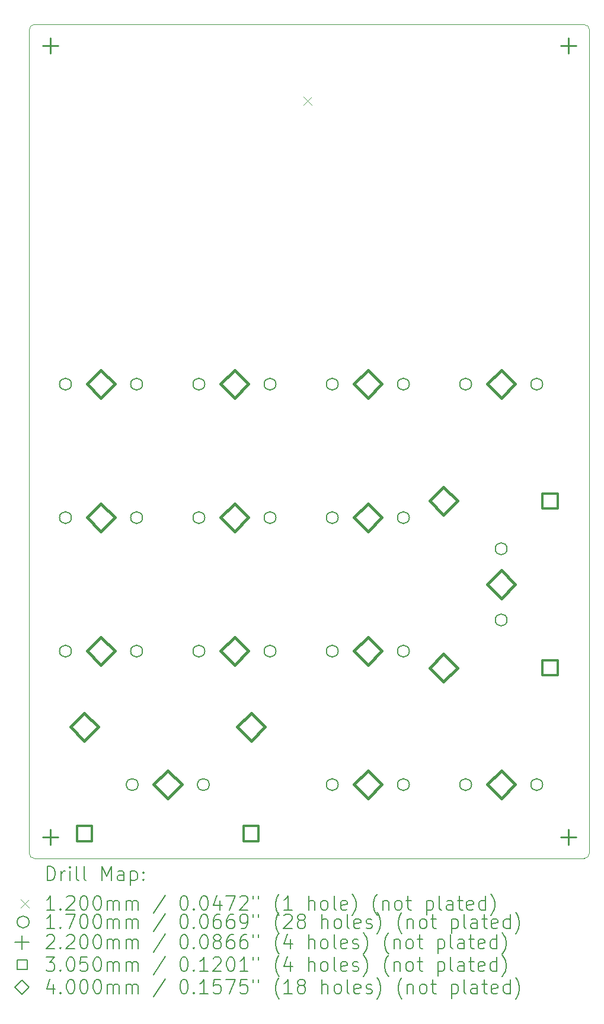
<source format=gbr>
%TF.GenerationSoftware,KiCad,Pcbnew,9.0.4*%
%TF.CreationDate,2025-08-26T19:34:44+02:00*%
%TF.ProjectId,shaghayeghs-keyboard,73686167-6861-4796-9567-68732d6b6579,rev?*%
%TF.SameCoordinates,Original*%
%TF.FileFunction,Drillmap*%
%TF.FilePolarity,Positive*%
%FSLAX45Y45*%
G04 Gerber Fmt 4.5, Leading zero omitted, Abs format (unit mm)*
G04 Created by KiCad (PCBNEW 9.0.4) date 2025-08-26 19:34:44*
%MOMM*%
%LPD*%
G01*
G04 APERTURE LIST*
%ADD10C,0.050000*%
%ADD11C,0.200000*%
%ADD12C,0.120000*%
%ADD13C,0.170000*%
%ADD14C,0.220000*%
%ADD15C,0.305000*%
%ADD16C,0.400000*%
G04 APERTURE END LIST*
D10*
X16025000Y-15700000D02*
X8173720Y-15701080D01*
X16100167Y-3875733D02*
X16100000Y-15625000D01*
X8173720Y-3798500D02*
X16025167Y-3800733D01*
X8098720Y-15626080D02*
X8098720Y-3873500D01*
X8173720Y-15701080D02*
G75*
G02*
X8098720Y-15626080I0J75000D01*
G01*
X8098720Y-3873500D02*
G75*
G02*
X8173720Y-3798500I75000J0D01*
G01*
X16025167Y-3800733D02*
G75*
G02*
X16100167Y-3875733I0J-75000D01*
G01*
X16100000Y-15625000D02*
G75*
G02*
X16025000Y-15700000I-75000J0D01*
G01*
D11*
D12*
X12017020Y-4826300D02*
X12137020Y-4946300D01*
X12137020Y-4826300D02*
X12017020Y-4946300D01*
D13*
X8700720Y-8931920D02*
G75*
G02*
X8530720Y-8931920I-85000J0D01*
G01*
X8530720Y-8931920D02*
G75*
G02*
X8700720Y-8931920I85000J0D01*
G01*
X8700720Y-10836920D02*
G75*
G02*
X8530720Y-10836920I-85000J0D01*
G01*
X8530720Y-10836920D02*
G75*
G02*
X8700720Y-10836920I85000J0D01*
G01*
X8700720Y-12741920D02*
G75*
G02*
X8530720Y-12741920I-85000J0D01*
G01*
X8530720Y-12741920D02*
G75*
G02*
X8700720Y-12741920I85000J0D01*
G01*
X9654220Y-14646920D02*
G75*
G02*
X9484220Y-14646920I-85000J0D01*
G01*
X9484220Y-14646920D02*
G75*
G02*
X9654220Y-14646920I85000J0D01*
G01*
X9716720Y-8931920D02*
G75*
G02*
X9546720Y-8931920I-85000J0D01*
G01*
X9546720Y-8931920D02*
G75*
G02*
X9716720Y-8931920I85000J0D01*
G01*
X9716720Y-10836920D02*
G75*
G02*
X9546720Y-10836920I-85000J0D01*
G01*
X9546720Y-10836920D02*
G75*
G02*
X9716720Y-10836920I85000J0D01*
G01*
X9716720Y-12741920D02*
G75*
G02*
X9546720Y-12741920I-85000J0D01*
G01*
X9546720Y-12741920D02*
G75*
G02*
X9716720Y-12741920I85000J0D01*
G01*
X10606720Y-8931920D02*
G75*
G02*
X10436720Y-8931920I-85000J0D01*
G01*
X10436720Y-8931920D02*
G75*
G02*
X10606720Y-8931920I85000J0D01*
G01*
X10606720Y-10836920D02*
G75*
G02*
X10436720Y-10836920I-85000J0D01*
G01*
X10436720Y-10836920D02*
G75*
G02*
X10606720Y-10836920I85000J0D01*
G01*
X10606720Y-12741920D02*
G75*
G02*
X10436720Y-12741920I-85000J0D01*
G01*
X10436720Y-12741920D02*
G75*
G02*
X10606720Y-12741920I85000J0D01*
G01*
X10670220Y-14646920D02*
G75*
G02*
X10500220Y-14646920I-85000J0D01*
G01*
X10500220Y-14646920D02*
G75*
G02*
X10670220Y-14646920I85000J0D01*
G01*
X11622720Y-8931920D02*
G75*
G02*
X11452720Y-8931920I-85000J0D01*
G01*
X11452720Y-8931920D02*
G75*
G02*
X11622720Y-8931920I85000J0D01*
G01*
X11622720Y-10836920D02*
G75*
G02*
X11452720Y-10836920I-85000J0D01*
G01*
X11452720Y-10836920D02*
G75*
G02*
X11622720Y-10836920I85000J0D01*
G01*
X11622720Y-12741920D02*
G75*
G02*
X11452720Y-12741920I-85000J0D01*
G01*
X11452720Y-12741920D02*
G75*
G02*
X11622720Y-12741920I85000J0D01*
G01*
X12511720Y-8931920D02*
G75*
G02*
X12341720Y-8931920I-85000J0D01*
G01*
X12341720Y-8931920D02*
G75*
G02*
X12511720Y-8931920I85000J0D01*
G01*
X12511720Y-10836920D02*
G75*
G02*
X12341720Y-10836920I-85000J0D01*
G01*
X12341720Y-10836920D02*
G75*
G02*
X12511720Y-10836920I85000J0D01*
G01*
X12511720Y-12741920D02*
G75*
G02*
X12341720Y-12741920I-85000J0D01*
G01*
X12341720Y-12741920D02*
G75*
G02*
X12511720Y-12741920I85000J0D01*
G01*
X12511720Y-14646920D02*
G75*
G02*
X12341720Y-14646920I-85000J0D01*
G01*
X12341720Y-14646920D02*
G75*
G02*
X12511720Y-14646920I85000J0D01*
G01*
X13527720Y-8931920D02*
G75*
G02*
X13357720Y-8931920I-85000J0D01*
G01*
X13357720Y-8931920D02*
G75*
G02*
X13527720Y-8931920I85000J0D01*
G01*
X13527720Y-10836920D02*
G75*
G02*
X13357720Y-10836920I-85000J0D01*
G01*
X13357720Y-10836920D02*
G75*
G02*
X13527720Y-10836920I85000J0D01*
G01*
X13527720Y-12741920D02*
G75*
G02*
X13357720Y-12741920I-85000J0D01*
G01*
X13357720Y-12741920D02*
G75*
G02*
X13527720Y-12741920I85000J0D01*
G01*
X13527720Y-14646920D02*
G75*
G02*
X13357720Y-14646920I-85000J0D01*
G01*
X13357720Y-14646920D02*
G75*
G02*
X13527720Y-14646920I85000J0D01*
G01*
X14416720Y-8931920D02*
G75*
G02*
X14246720Y-8931920I-85000J0D01*
G01*
X14246720Y-8931920D02*
G75*
G02*
X14416720Y-8931920I85000J0D01*
G01*
X14416720Y-14646920D02*
G75*
G02*
X14246720Y-14646920I-85000J0D01*
G01*
X14246720Y-14646920D02*
G75*
G02*
X14416720Y-14646920I85000J0D01*
G01*
X14924720Y-11281420D02*
G75*
G02*
X14754720Y-11281420I-85000J0D01*
G01*
X14754720Y-11281420D02*
G75*
G02*
X14924720Y-11281420I85000J0D01*
G01*
X14924720Y-12297420D02*
G75*
G02*
X14754720Y-12297420I-85000J0D01*
G01*
X14754720Y-12297420D02*
G75*
G02*
X14924720Y-12297420I85000J0D01*
G01*
X15432720Y-8931920D02*
G75*
G02*
X15262720Y-8931920I-85000J0D01*
G01*
X15262720Y-8931920D02*
G75*
G02*
X15432720Y-8931920I85000J0D01*
G01*
X15432720Y-14646920D02*
G75*
G02*
X15262720Y-14646920I-85000J0D01*
G01*
X15262720Y-14646920D02*
G75*
G02*
X15432720Y-14646920I85000J0D01*
G01*
D14*
X8400000Y-3990000D02*
X8400000Y-4210000D01*
X8290000Y-4100000D02*
X8510000Y-4100000D01*
X8400000Y-15290000D02*
X8400000Y-15510000D01*
X8290000Y-15400000D02*
X8510000Y-15400000D01*
X15800000Y-3990000D02*
X15800000Y-4210000D01*
X15690000Y-4100000D02*
X15910000Y-4100000D01*
X15800000Y-15290000D02*
X15800000Y-15510000D01*
X15690000Y-15400000D02*
X15910000Y-15400000D01*
D15*
X8995055Y-15454755D02*
X8995055Y-15239085D01*
X8779385Y-15239085D01*
X8779385Y-15454755D01*
X8995055Y-15454755D01*
X11375055Y-15454755D02*
X11375055Y-15239085D01*
X11159385Y-15239085D01*
X11159385Y-15454755D01*
X11375055Y-15454755D01*
X15647555Y-10707255D02*
X15647555Y-10491585D01*
X15431885Y-10491585D01*
X15431885Y-10707255D01*
X15647555Y-10707255D01*
X15647555Y-13087255D02*
X15647555Y-12871585D01*
X15431885Y-12871585D01*
X15431885Y-13087255D01*
X15647555Y-13087255D01*
D16*
X8887220Y-14022920D02*
X9087220Y-13822920D01*
X8887220Y-13622920D01*
X8687220Y-13822920D01*
X8887220Y-14022920D01*
X9123720Y-9131920D02*
X9323720Y-8931920D01*
X9123720Y-8731920D01*
X8923720Y-8931920D01*
X9123720Y-9131920D01*
X9123720Y-11036920D02*
X9323720Y-10836920D01*
X9123720Y-10636920D01*
X8923720Y-10836920D01*
X9123720Y-11036920D01*
X9123720Y-12941920D02*
X9323720Y-12741920D01*
X9123720Y-12541920D01*
X8923720Y-12741920D01*
X9123720Y-12941920D01*
X10077220Y-14846920D02*
X10277220Y-14646920D01*
X10077220Y-14446920D01*
X9877220Y-14646920D01*
X10077220Y-14846920D01*
X11029720Y-9131920D02*
X11229720Y-8931920D01*
X11029720Y-8731920D01*
X10829720Y-8931920D01*
X11029720Y-9131920D01*
X11029720Y-11036920D02*
X11229720Y-10836920D01*
X11029720Y-10636920D01*
X10829720Y-10836920D01*
X11029720Y-11036920D01*
X11029720Y-12941920D02*
X11229720Y-12741920D01*
X11029720Y-12541920D01*
X10829720Y-12741920D01*
X11029720Y-12941920D01*
X11267220Y-14022920D02*
X11467220Y-13822920D01*
X11267220Y-13622920D01*
X11067220Y-13822920D01*
X11267220Y-14022920D01*
X12934720Y-9131920D02*
X13134720Y-8931920D01*
X12934720Y-8731920D01*
X12734720Y-8931920D01*
X12934720Y-9131920D01*
X12934720Y-11036920D02*
X13134720Y-10836920D01*
X12934720Y-10636920D01*
X12734720Y-10836920D01*
X12934720Y-11036920D01*
X12934720Y-12941920D02*
X13134720Y-12741920D01*
X12934720Y-12541920D01*
X12734720Y-12741920D01*
X12934720Y-12941920D01*
X12934720Y-14846920D02*
X13134720Y-14646920D01*
X12934720Y-14446920D01*
X12734720Y-14646920D01*
X12934720Y-14846920D01*
X14015720Y-10799420D02*
X14215720Y-10599420D01*
X14015720Y-10399420D01*
X13815720Y-10599420D01*
X14015720Y-10799420D01*
X14015720Y-13179420D02*
X14215720Y-12979420D01*
X14015720Y-12779420D01*
X13815720Y-12979420D01*
X14015720Y-13179420D01*
X14839720Y-9131920D02*
X15039720Y-8931920D01*
X14839720Y-8731920D01*
X14639720Y-8931920D01*
X14839720Y-9131920D01*
X14839720Y-11989420D02*
X15039720Y-11789420D01*
X14839720Y-11589420D01*
X14639720Y-11789420D01*
X14839720Y-11989420D01*
X14839720Y-14846920D02*
X15039720Y-14646920D01*
X14839720Y-14446920D01*
X14639720Y-14646920D01*
X14839720Y-14846920D01*
D11*
X8356997Y-16015064D02*
X8356997Y-15815064D01*
X8356997Y-15815064D02*
X8404616Y-15815064D01*
X8404616Y-15815064D02*
X8433187Y-15824588D01*
X8433187Y-15824588D02*
X8452235Y-15843635D01*
X8452235Y-15843635D02*
X8461759Y-15862683D01*
X8461759Y-15862683D02*
X8471283Y-15900778D01*
X8471283Y-15900778D02*
X8471283Y-15929349D01*
X8471283Y-15929349D02*
X8461759Y-15967445D01*
X8461759Y-15967445D02*
X8452235Y-15986492D01*
X8452235Y-15986492D02*
X8433187Y-16005540D01*
X8433187Y-16005540D02*
X8404616Y-16015064D01*
X8404616Y-16015064D02*
X8356997Y-16015064D01*
X8556997Y-16015064D02*
X8556997Y-15881730D01*
X8556997Y-15919826D02*
X8566521Y-15900778D01*
X8566521Y-15900778D02*
X8576044Y-15891254D01*
X8576044Y-15891254D02*
X8595092Y-15881730D01*
X8595092Y-15881730D02*
X8614140Y-15881730D01*
X8680806Y-16015064D02*
X8680806Y-15881730D01*
X8680806Y-15815064D02*
X8671283Y-15824588D01*
X8671283Y-15824588D02*
X8680806Y-15834111D01*
X8680806Y-15834111D02*
X8690330Y-15824588D01*
X8690330Y-15824588D02*
X8680806Y-15815064D01*
X8680806Y-15815064D02*
X8680806Y-15834111D01*
X8804616Y-16015064D02*
X8785568Y-16005540D01*
X8785568Y-16005540D02*
X8776044Y-15986492D01*
X8776044Y-15986492D02*
X8776044Y-15815064D01*
X8909378Y-16015064D02*
X8890330Y-16005540D01*
X8890330Y-16005540D02*
X8880806Y-15986492D01*
X8880806Y-15986492D02*
X8880806Y-15815064D01*
X9137949Y-16015064D02*
X9137949Y-15815064D01*
X9137949Y-15815064D02*
X9204616Y-15957921D01*
X9204616Y-15957921D02*
X9271283Y-15815064D01*
X9271283Y-15815064D02*
X9271283Y-16015064D01*
X9452235Y-16015064D02*
X9452235Y-15910302D01*
X9452235Y-15910302D02*
X9442711Y-15891254D01*
X9442711Y-15891254D02*
X9423664Y-15881730D01*
X9423664Y-15881730D02*
X9385568Y-15881730D01*
X9385568Y-15881730D02*
X9366521Y-15891254D01*
X9452235Y-16005540D02*
X9433187Y-16015064D01*
X9433187Y-16015064D02*
X9385568Y-16015064D01*
X9385568Y-16015064D02*
X9366521Y-16005540D01*
X9366521Y-16005540D02*
X9356997Y-15986492D01*
X9356997Y-15986492D02*
X9356997Y-15967445D01*
X9356997Y-15967445D02*
X9366521Y-15948397D01*
X9366521Y-15948397D02*
X9385568Y-15938873D01*
X9385568Y-15938873D02*
X9433187Y-15938873D01*
X9433187Y-15938873D02*
X9452235Y-15929349D01*
X9547473Y-15881730D02*
X9547473Y-16081730D01*
X9547473Y-15891254D02*
X9566521Y-15881730D01*
X9566521Y-15881730D02*
X9604616Y-15881730D01*
X9604616Y-15881730D02*
X9623664Y-15891254D01*
X9623664Y-15891254D02*
X9633187Y-15900778D01*
X9633187Y-15900778D02*
X9642711Y-15919826D01*
X9642711Y-15919826D02*
X9642711Y-15976968D01*
X9642711Y-15976968D02*
X9633187Y-15996016D01*
X9633187Y-15996016D02*
X9623664Y-16005540D01*
X9623664Y-16005540D02*
X9604616Y-16015064D01*
X9604616Y-16015064D02*
X9566521Y-16015064D01*
X9566521Y-16015064D02*
X9547473Y-16005540D01*
X9728425Y-15996016D02*
X9737949Y-16005540D01*
X9737949Y-16005540D02*
X9728425Y-16015064D01*
X9728425Y-16015064D02*
X9718902Y-16005540D01*
X9718902Y-16005540D02*
X9728425Y-15996016D01*
X9728425Y-15996016D02*
X9728425Y-16015064D01*
X9728425Y-15891254D02*
X9737949Y-15900778D01*
X9737949Y-15900778D02*
X9728425Y-15910302D01*
X9728425Y-15910302D02*
X9718902Y-15900778D01*
X9718902Y-15900778D02*
X9728425Y-15891254D01*
X9728425Y-15891254D02*
X9728425Y-15910302D01*
D12*
X7976220Y-16283580D02*
X8096220Y-16403580D01*
X8096220Y-16283580D02*
X7976220Y-16403580D01*
D11*
X8461759Y-16435064D02*
X8347473Y-16435064D01*
X8404616Y-16435064D02*
X8404616Y-16235064D01*
X8404616Y-16235064D02*
X8385568Y-16263635D01*
X8385568Y-16263635D02*
X8366521Y-16282683D01*
X8366521Y-16282683D02*
X8347473Y-16292207D01*
X8547473Y-16416016D02*
X8556997Y-16425540D01*
X8556997Y-16425540D02*
X8547473Y-16435064D01*
X8547473Y-16435064D02*
X8537949Y-16425540D01*
X8537949Y-16425540D02*
X8547473Y-16416016D01*
X8547473Y-16416016D02*
X8547473Y-16435064D01*
X8633187Y-16254111D02*
X8642711Y-16244588D01*
X8642711Y-16244588D02*
X8661759Y-16235064D01*
X8661759Y-16235064D02*
X8709378Y-16235064D01*
X8709378Y-16235064D02*
X8728425Y-16244588D01*
X8728425Y-16244588D02*
X8737949Y-16254111D01*
X8737949Y-16254111D02*
X8747473Y-16273159D01*
X8747473Y-16273159D02*
X8747473Y-16292207D01*
X8747473Y-16292207D02*
X8737949Y-16320778D01*
X8737949Y-16320778D02*
X8623664Y-16435064D01*
X8623664Y-16435064D02*
X8747473Y-16435064D01*
X8871283Y-16235064D02*
X8890330Y-16235064D01*
X8890330Y-16235064D02*
X8909378Y-16244588D01*
X8909378Y-16244588D02*
X8918902Y-16254111D01*
X8918902Y-16254111D02*
X8928425Y-16273159D01*
X8928425Y-16273159D02*
X8937949Y-16311254D01*
X8937949Y-16311254D02*
X8937949Y-16358873D01*
X8937949Y-16358873D02*
X8928425Y-16396968D01*
X8928425Y-16396968D02*
X8918902Y-16416016D01*
X8918902Y-16416016D02*
X8909378Y-16425540D01*
X8909378Y-16425540D02*
X8890330Y-16435064D01*
X8890330Y-16435064D02*
X8871283Y-16435064D01*
X8871283Y-16435064D02*
X8852235Y-16425540D01*
X8852235Y-16425540D02*
X8842711Y-16416016D01*
X8842711Y-16416016D02*
X8833187Y-16396968D01*
X8833187Y-16396968D02*
X8823664Y-16358873D01*
X8823664Y-16358873D02*
X8823664Y-16311254D01*
X8823664Y-16311254D02*
X8833187Y-16273159D01*
X8833187Y-16273159D02*
X8842711Y-16254111D01*
X8842711Y-16254111D02*
X8852235Y-16244588D01*
X8852235Y-16244588D02*
X8871283Y-16235064D01*
X9061759Y-16235064D02*
X9080806Y-16235064D01*
X9080806Y-16235064D02*
X9099854Y-16244588D01*
X9099854Y-16244588D02*
X9109378Y-16254111D01*
X9109378Y-16254111D02*
X9118902Y-16273159D01*
X9118902Y-16273159D02*
X9128425Y-16311254D01*
X9128425Y-16311254D02*
X9128425Y-16358873D01*
X9128425Y-16358873D02*
X9118902Y-16396968D01*
X9118902Y-16396968D02*
X9109378Y-16416016D01*
X9109378Y-16416016D02*
X9099854Y-16425540D01*
X9099854Y-16425540D02*
X9080806Y-16435064D01*
X9080806Y-16435064D02*
X9061759Y-16435064D01*
X9061759Y-16435064D02*
X9042711Y-16425540D01*
X9042711Y-16425540D02*
X9033187Y-16416016D01*
X9033187Y-16416016D02*
X9023664Y-16396968D01*
X9023664Y-16396968D02*
X9014140Y-16358873D01*
X9014140Y-16358873D02*
X9014140Y-16311254D01*
X9014140Y-16311254D02*
X9023664Y-16273159D01*
X9023664Y-16273159D02*
X9033187Y-16254111D01*
X9033187Y-16254111D02*
X9042711Y-16244588D01*
X9042711Y-16244588D02*
X9061759Y-16235064D01*
X9214140Y-16435064D02*
X9214140Y-16301730D01*
X9214140Y-16320778D02*
X9223664Y-16311254D01*
X9223664Y-16311254D02*
X9242711Y-16301730D01*
X9242711Y-16301730D02*
X9271283Y-16301730D01*
X9271283Y-16301730D02*
X9290330Y-16311254D01*
X9290330Y-16311254D02*
X9299854Y-16330302D01*
X9299854Y-16330302D02*
X9299854Y-16435064D01*
X9299854Y-16330302D02*
X9309378Y-16311254D01*
X9309378Y-16311254D02*
X9328425Y-16301730D01*
X9328425Y-16301730D02*
X9356997Y-16301730D01*
X9356997Y-16301730D02*
X9376045Y-16311254D01*
X9376045Y-16311254D02*
X9385568Y-16330302D01*
X9385568Y-16330302D02*
X9385568Y-16435064D01*
X9480806Y-16435064D02*
X9480806Y-16301730D01*
X9480806Y-16320778D02*
X9490330Y-16311254D01*
X9490330Y-16311254D02*
X9509378Y-16301730D01*
X9509378Y-16301730D02*
X9537949Y-16301730D01*
X9537949Y-16301730D02*
X9556997Y-16311254D01*
X9556997Y-16311254D02*
X9566521Y-16330302D01*
X9566521Y-16330302D02*
X9566521Y-16435064D01*
X9566521Y-16330302D02*
X9576045Y-16311254D01*
X9576045Y-16311254D02*
X9595092Y-16301730D01*
X9595092Y-16301730D02*
X9623664Y-16301730D01*
X9623664Y-16301730D02*
X9642711Y-16311254D01*
X9642711Y-16311254D02*
X9652235Y-16330302D01*
X9652235Y-16330302D02*
X9652235Y-16435064D01*
X10042711Y-16225540D02*
X9871283Y-16482683D01*
X10299854Y-16235064D02*
X10318902Y-16235064D01*
X10318902Y-16235064D02*
X10337949Y-16244588D01*
X10337949Y-16244588D02*
X10347473Y-16254111D01*
X10347473Y-16254111D02*
X10356997Y-16273159D01*
X10356997Y-16273159D02*
X10366521Y-16311254D01*
X10366521Y-16311254D02*
X10366521Y-16358873D01*
X10366521Y-16358873D02*
X10356997Y-16396968D01*
X10356997Y-16396968D02*
X10347473Y-16416016D01*
X10347473Y-16416016D02*
X10337949Y-16425540D01*
X10337949Y-16425540D02*
X10318902Y-16435064D01*
X10318902Y-16435064D02*
X10299854Y-16435064D01*
X10299854Y-16435064D02*
X10280807Y-16425540D01*
X10280807Y-16425540D02*
X10271283Y-16416016D01*
X10271283Y-16416016D02*
X10261759Y-16396968D01*
X10261759Y-16396968D02*
X10252235Y-16358873D01*
X10252235Y-16358873D02*
X10252235Y-16311254D01*
X10252235Y-16311254D02*
X10261759Y-16273159D01*
X10261759Y-16273159D02*
X10271283Y-16254111D01*
X10271283Y-16254111D02*
X10280807Y-16244588D01*
X10280807Y-16244588D02*
X10299854Y-16235064D01*
X10452235Y-16416016D02*
X10461759Y-16425540D01*
X10461759Y-16425540D02*
X10452235Y-16435064D01*
X10452235Y-16435064D02*
X10442711Y-16425540D01*
X10442711Y-16425540D02*
X10452235Y-16416016D01*
X10452235Y-16416016D02*
X10452235Y-16435064D01*
X10585568Y-16235064D02*
X10604616Y-16235064D01*
X10604616Y-16235064D02*
X10623664Y-16244588D01*
X10623664Y-16244588D02*
X10633188Y-16254111D01*
X10633188Y-16254111D02*
X10642711Y-16273159D01*
X10642711Y-16273159D02*
X10652235Y-16311254D01*
X10652235Y-16311254D02*
X10652235Y-16358873D01*
X10652235Y-16358873D02*
X10642711Y-16396968D01*
X10642711Y-16396968D02*
X10633188Y-16416016D01*
X10633188Y-16416016D02*
X10623664Y-16425540D01*
X10623664Y-16425540D02*
X10604616Y-16435064D01*
X10604616Y-16435064D02*
X10585568Y-16435064D01*
X10585568Y-16435064D02*
X10566521Y-16425540D01*
X10566521Y-16425540D02*
X10556997Y-16416016D01*
X10556997Y-16416016D02*
X10547473Y-16396968D01*
X10547473Y-16396968D02*
X10537949Y-16358873D01*
X10537949Y-16358873D02*
X10537949Y-16311254D01*
X10537949Y-16311254D02*
X10547473Y-16273159D01*
X10547473Y-16273159D02*
X10556997Y-16254111D01*
X10556997Y-16254111D02*
X10566521Y-16244588D01*
X10566521Y-16244588D02*
X10585568Y-16235064D01*
X10823664Y-16301730D02*
X10823664Y-16435064D01*
X10776045Y-16225540D02*
X10728426Y-16368397D01*
X10728426Y-16368397D02*
X10852235Y-16368397D01*
X10909378Y-16235064D02*
X11042711Y-16235064D01*
X11042711Y-16235064D02*
X10956997Y-16435064D01*
X11109378Y-16254111D02*
X11118902Y-16244588D01*
X11118902Y-16244588D02*
X11137949Y-16235064D01*
X11137949Y-16235064D02*
X11185568Y-16235064D01*
X11185568Y-16235064D02*
X11204616Y-16244588D01*
X11204616Y-16244588D02*
X11214140Y-16254111D01*
X11214140Y-16254111D02*
X11223664Y-16273159D01*
X11223664Y-16273159D02*
X11223664Y-16292207D01*
X11223664Y-16292207D02*
X11214140Y-16320778D01*
X11214140Y-16320778D02*
X11099854Y-16435064D01*
X11099854Y-16435064D02*
X11223664Y-16435064D01*
X11299854Y-16235064D02*
X11299854Y-16273159D01*
X11376045Y-16235064D02*
X11376045Y-16273159D01*
X11671283Y-16511254D02*
X11661759Y-16501730D01*
X11661759Y-16501730D02*
X11642711Y-16473159D01*
X11642711Y-16473159D02*
X11633188Y-16454111D01*
X11633188Y-16454111D02*
X11623664Y-16425540D01*
X11623664Y-16425540D02*
X11614140Y-16377921D01*
X11614140Y-16377921D02*
X11614140Y-16339826D01*
X11614140Y-16339826D02*
X11623664Y-16292207D01*
X11623664Y-16292207D02*
X11633188Y-16263635D01*
X11633188Y-16263635D02*
X11642711Y-16244588D01*
X11642711Y-16244588D02*
X11661759Y-16216016D01*
X11661759Y-16216016D02*
X11671283Y-16206492D01*
X11852235Y-16435064D02*
X11737949Y-16435064D01*
X11795092Y-16435064D02*
X11795092Y-16235064D01*
X11795092Y-16235064D02*
X11776045Y-16263635D01*
X11776045Y-16263635D02*
X11756997Y-16282683D01*
X11756997Y-16282683D02*
X11737949Y-16292207D01*
X12090330Y-16435064D02*
X12090330Y-16235064D01*
X12176045Y-16435064D02*
X12176045Y-16330302D01*
X12176045Y-16330302D02*
X12166521Y-16311254D01*
X12166521Y-16311254D02*
X12147473Y-16301730D01*
X12147473Y-16301730D02*
X12118902Y-16301730D01*
X12118902Y-16301730D02*
X12099854Y-16311254D01*
X12099854Y-16311254D02*
X12090330Y-16320778D01*
X12299854Y-16435064D02*
X12280807Y-16425540D01*
X12280807Y-16425540D02*
X12271283Y-16416016D01*
X12271283Y-16416016D02*
X12261759Y-16396968D01*
X12261759Y-16396968D02*
X12261759Y-16339826D01*
X12261759Y-16339826D02*
X12271283Y-16320778D01*
X12271283Y-16320778D02*
X12280807Y-16311254D01*
X12280807Y-16311254D02*
X12299854Y-16301730D01*
X12299854Y-16301730D02*
X12328426Y-16301730D01*
X12328426Y-16301730D02*
X12347473Y-16311254D01*
X12347473Y-16311254D02*
X12356997Y-16320778D01*
X12356997Y-16320778D02*
X12366521Y-16339826D01*
X12366521Y-16339826D02*
X12366521Y-16396968D01*
X12366521Y-16396968D02*
X12356997Y-16416016D01*
X12356997Y-16416016D02*
X12347473Y-16425540D01*
X12347473Y-16425540D02*
X12328426Y-16435064D01*
X12328426Y-16435064D02*
X12299854Y-16435064D01*
X12480807Y-16435064D02*
X12461759Y-16425540D01*
X12461759Y-16425540D02*
X12452235Y-16406492D01*
X12452235Y-16406492D02*
X12452235Y-16235064D01*
X12633188Y-16425540D02*
X12614140Y-16435064D01*
X12614140Y-16435064D02*
X12576045Y-16435064D01*
X12576045Y-16435064D02*
X12556997Y-16425540D01*
X12556997Y-16425540D02*
X12547473Y-16406492D01*
X12547473Y-16406492D02*
X12547473Y-16330302D01*
X12547473Y-16330302D02*
X12556997Y-16311254D01*
X12556997Y-16311254D02*
X12576045Y-16301730D01*
X12576045Y-16301730D02*
X12614140Y-16301730D01*
X12614140Y-16301730D02*
X12633188Y-16311254D01*
X12633188Y-16311254D02*
X12642711Y-16330302D01*
X12642711Y-16330302D02*
X12642711Y-16349349D01*
X12642711Y-16349349D02*
X12547473Y-16368397D01*
X12709378Y-16511254D02*
X12718902Y-16501730D01*
X12718902Y-16501730D02*
X12737950Y-16473159D01*
X12737950Y-16473159D02*
X12747473Y-16454111D01*
X12747473Y-16454111D02*
X12756997Y-16425540D01*
X12756997Y-16425540D02*
X12766521Y-16377921D01*
X12766521Y-16377921D02*
X12766521Y-16339826D01*
X12766521Y-16339826D02*
X12756997Y-16292207D01*
X12756997Y-16292207D02*
X12747473Y-16263635D01*
X12747473Y-16263635D02*
X12737950Y-16244588D01*
X12737950Y-16244588D02*
X12718902Y-16216016D01*
X12718902Y-16216016D02*
X12709378Y-16206492D01*
X13071283Y-16511254D02*
X13061759Y-16501730D01*
X13061759Y-16501730D02*
X13042711Y-16473159D01*
X13042711Y-16473159D02*
X13033188Y-16454111D01*
X13033188Y-16454111D02*
X13023664Y-16425540D01*
X13023664Y-16425540D02*
X13014140Y-16377921D01*
X13014140Y-16377921D02*
X13014140Y-16339826D01*
X13014140Y-16339826D02*
X13023664Y-16292207D01*
X13023664Y-16292207D02*
X13033188Y-16263635D01*
X13033188Y-16263635D02*
X13042711Y-16244588D01*
X13042711Y-16244588D02*
X13061759Y-16216016D01*
X13061759Y-16216016D02*
X13071283Y-16206492D01*
X13147473Y-16301730D02*
X13147473Y-16435064D01*
X13147473Y-16320778D02*
X13156997Y-16311254D01*
X13156997Y-16311254D02*
X13176045Y-16301730D01*
X13176045Y-16301730D02*
X13204616Y-16301730D01*
X13204616Y-16301730D02*
X13223664Y-16311254D01*
X13223664Y-16311254D02*
X13233188Y-16330302D01*
X13233188Y-16330302D02*
X13233188Y-16435064D01*
X13356997Y-16435064D02*
X13337950Y-16425540D01*
X13337950Y-16425540D02*
X13328426Y-16416016D01*
X13328426Y-16416016D02*
X13318902Y-16396968D01*
X13318902Y-16396968D02*
X13318902Y-16339826D01*
X13318902Y-16339826D02*
X13328426Y-16320778D01*
X13328426Y-16320778D02*
X13337950Y-16311254D01*
X13337950Y-16311254D02*
X13356997Y-16301730D01*
X13356997Y-16301730D02*
X13385569Y-16301730D01*
X13385569Y-16301730D02*
X13404616Y-16311254D01*
X13404616Y-16311254D02*
X13414140Y-16320778D01*
X13414140Y-16320778D02*
X13423664Y-16339826D01*
X13423664Y-16339826D02*
X13423664Y-16396968D01*
X13423664Y-16396968D02*
X13414140Y-16416016D01*
X13414140Y-16416016D02*
X13404616Y-16425540D01*
X13404616Y-16425540D02*
X13385569Y-16435064D01*
X13385569Y-16435064D02*
X13356997Y-16435064D01*
X13480807Y-16301730D02*
X13556997Y-16301730D01*
X13509378Y-16235064D02*
X13509378Y-16406492D01*
X13509378Y-16406492D02*
X13518902Y-16425540D01*
X13518902Y-16425540D02*
X13537950Y-16435064D01*
X13537950Y-16435064D02*
X13556997Y-16435064D01*
X13776045Y-16301730D02*
X13776045Y-16501730D01*
X13776045Y-16311254D02*
X13795092Y-16301730D01*
X13795092Y-16301730D02*
X13833188Y-16301730D01*
X13833188Y-16301730D02*
X13852235Y-16311254D01*
X13852235Y-16311254D02*
X13861759Y-16320778D01*
X13861759Y-16320778D02*
X13871283Y-16339826D01*
X13871283Y-16339826D02*
X13871283Y-16396968D01*
X13871283Y-16396968D02*
X13861759Y-16416016D01*
X13861759Y-16416016D02*
X13852235Y-16425540D01*
X13852235Y-16425540D02*
X13833188Y-16435064D01*
X13833188Y-16435064D02*
X13795092Y-16435064D01*
X13795092Y-16435064D02*
X13776045Y-16425540D01*
X13985569Y-16435064D02*
X13966521Y-16425540D01*
X13966521Y-16425540D02*
X13956997Y-16406492D01*
X13956997Y-16406492D02*
X13956997Y-16235064D01*
X14147473Y-16435064D02*
X14147473Y-16330302D01*
X14147473Y-16330302D02*
X14137950Y-16311254D01*
X14137950Y-16311254D02*
X14118902Y-16301730D01*
X14118902Y-16301730D02*
X14080807Y-16301730D01*
X14080807Y-16301730D02*
X14061759Y-16311254D01*
X14147473Y-16425540D02*
X14128426Y-16435064D01*
X14128426Y-16435064D02*
X14080807Y-16435064D01*
X14080807Y-16435064D02*
X14061759Y-16425540D01*
X14061759Y-16425540D02*
X14052235Y-16406492D01*
X14052235Y-16406492D02*
X14052235Y-16387445D01*
X14052235Y-16387445D02*
X14061759Y-16368397D01*
X14061759Y-16368397D02*
X14080807Y-16358873D01*
X14080807Y-16358873D02*
X14128426Y-16358873D01*
X14128426Y-16358873D02*
X14147473Y-16349349D01*
X14214140Y-16301730D02*
X14290331Y-16301730D01*
X14242712Y-16235064D02*
X14242712Y-16406492D01*
X14242712Y-16406492D02*
X14252235Y-16425540D01*
X14252235Y-16425540D02*
X14271283Y-16435064D01*
X14271283Y-16435064D02*
X14290331Y-16435064D01*
X14433188Y-16425540D02*
X14414140Y-16435064D01*
X14414140Y-16435064D02*
X14376045Y-16435064D01*
X14376045Y-16435064D02*
X14356997Y-16425540D01*
X14356997Y-16425540D02*
X14347473Y-16406492D01*
X14347473Y-16406492D02*
X14347473Y-16330302D01*
X14347473Y-16330302D02*
X14356997Y-16311254D01*
X14356997Y-16311254D02*
X14376045Y-16301730D01*
X14376045Y-16301730D02*
X14414140Y-16301730D01*
X14414140Y-16301730D02*
X14433188Y-16311254D01*
X14433188Y-16311254D02*
X14442712Y-16330302D01*
X14442712Y-16330302D02*
X14442712Y-16349349D01*
X14442712Y-16349349D02*
X14347473Y-16368397D01*
X14614140Y-16435064D02*
X14614140Y-16235064D01*
X14614140Y-16425540D02*
X14595093Y-16435064D01*
X14595093Y-16435064D02*
X14556997Y-16435064D01*
X14556997Y-16435064D02*
X14537950Y-16425540D01*
X14537950Y-16425540D02*
X14528426Y-16416016D01*
X14528426Y-16416016D02*
X14518902Y-16396968D01*
X14518902Y-16396968D02*
X14518902Y-16339826D01*
X14518902Y-16339826D02*
X14528426Y-16320778D01*
X14528426Y-16320778D02*
X14537950Y-16311254D01*
X14537950Y-16311254D02*
X14556997Y-16301730D01*
X14556997Y-16301730D02*
X14595093Y-16301730D01*
X14595093Y-16301730D02*
X14614140Y-16311254D01*
X14690331Y-16511254D02*
X14699854Y-16501730D01*
X14699854Y-16501730D02*
X14718902Y-16473159D01*
X14718902Y-16473159D02*
X14728426Y-16454111D01*
X14728426Y-16454111D02*
X14737950Y-16425540D01*
X14737950Y-16425540D02*
X14747473Y-16377921D01*
X14747473Y-16377921D02*
X14747473Y-16339826D01*
X14747473Y-16339826D02*
X14737950Y-16292207D01*
X14737950Y-16292207D02*
X14728426Y-16263635D01*
X14728426Y-16263635D02*
X14718902Y-16244588D01*
X14718902Y-16244588D02*
X14699854Y-16216016D01*
X14699854Y-16216016D02*
X14690331Y-16206492D01*
D13*
X8096220Y-16607580D02*
G75*
G02*
X7926220Y-16607580I-85000J0D01*
G01*
X7926220Y-16607580D02*
G75*
G02*
X8096220Y-16607580I85000J0D01*
G01*
D11*
X8461759Y-16699064D02*
X8347473Y-16699064D01*
X8404616Y-16699064D02*
X8404616Y-16499064D01*
X8404616Y-16499064D02*
X8385568Y-16527635D01*
X8385568Y-16527635D02*
X8366521Y-16546683D01*
X8366521Y-16546683D02*
X8347473Y-16556207D01*
X8547473Y-16680016D02*
X8556997Y-16689540D01*
X8556997Y-16689540D02*
X8547473Y-16699064D01*
X8547473Y-16699064D02*
X8537949Y-16689540D01*
X8537949Y-16689540D02*
X8547473Y-16680016D01*
X8547473Y-16680016D02*
X8547473Y-16699064D01*
X8623664Y-16499064D02*
X8756997Y-16499064D01*
X8756997Y-16499064D02*
X8671283Y-16699064D01*
X8871283Y-16499064D02*
X8890330Y-16499064D01*
X8890330Y-16499064D02*
X8909378Y-16508588D01*
X8909378Y-16508588D02*
X8918902Y-16518111D01*
X8918902Y-16518111D02*
X8928425Y-16537159D01*
X8928425Y-16537159D02*
X8937949Y-16575254D01*
X8937949Y-16575254D02*
X8937949Y-16622873D01*
X8937949Y-16622873D02*
X8928425Y-16660968D01*
X8928425Y-16660968D02*
X8918902Y-16680016D01*
X8918902Y-16680016D02*
X8909378Y-16689540D01*
X8909378Y-16689540D02*
X8890330Y-16699064D01*
X8890330Y-16699064D02*
X8871283Y-16699064D01*
X8871283Y-16699064D02*
X8852235Y-16689540D01*
X8852235Y-16689540D02*
X8842711Y-16680016D01*
X8842711Y-16680016D02*
X8833187Y-16660968D01*
X8833187Y-16660968D02*
X8823664Y-16622873D01*
X8823664Y-16622873D02*
X8823664Y-16575254D01*
X8823664Y-16575254D02*
X8833187Y-16537159D01*
X8833187Y-16537159D02*
X8842711Y-16518111D01*
X8842711Y-16518111D02*
X8852235Y-16508588D01*
X8852235Y-16508588D02*
X8871283Y-16499064D01*
X9061759Y-16499064D02*
X9080806Y-16499064D01*
X9080806Y-16499064D02*
X9099854Y-16508588D01*
X9099854Y-16508588D02*
X9109378Y-16518111D01*
X9109378Y-16518111D02*
X9118902Y-16537159D01*
X9118902Y-16537159D02*
X9128425Y-16575254D01*
X9128425Y-16575254D02*
X9128425Y-16622873D01*
X9128425Y-16622873D02*
X9118902Y-16660968D01*
X9118902Y-16660968D02*
X9109378Y-16680016D01*
X9109378Y-16680016D02*
X9099854Y-16689540D01*
X9099854Y-16689540D02*
X9080806Y-16699064D01*
X9080806Y-16699064D02*
X9061759Y-16699064D01*
X9061759Y-16699064D02*
X9042711Y-16689540D01*
X9042711Y-16689540D02*
X9033187Y-16680016D01*
X9033187Y-16680016D02*
X9023664Y-16660968D01*
X9023664Y-16660968D02*
X9014140Y-16622873D01*
X9014140Y-16622873D02*
X9014140Y-16575254D01*
X9014140Y-16575254D02*
X9023664Y-16537159D01*
X9023664Y-16537159D02*
X9033187Y-16518111D01*
X9033187Y-16518111D02*
X9042711Y-16508588D01*
X9042711Y-16508588D02*
X9061759Y-16499064D01*
X9214140Y-16699064D02*
X9214140Y-16565730D01*
X9214140Y-16584778D02*
X9223664Y-16575254D01*
X9223664Y-16575254D02*
X9242711Y-16565730D01*
X9242711Y-16565730D02*
X9271283Y-16565730D01*
X9271283Y-16565730D02*
X9290330Y-16575254D01*
X9290330Y-16575254D02*
X9299854Y-16594302D01*
X9299854Y-16594302D02*
X9299854Y-16699064D01*
X9299854Y-16594302D02*
X9309378Y-16575254D01*
X9309378Y-16575254D02*
X9328425Y-16565730D01*
X9328425Y-16565730D02*
X9356997Y-16565730D01*
X9356997Y-16565730D02*
X9376045Y-16575254D01*
X9376045Y-16575254D02*
X9385568Y-16594302D01*
X9385568Y-16594302D02*
X9385568Y-16699064D01*
X9480806Y-16699064D02*
X9480806Y-16565730D01*
X9480806Y-16584778D02*
X9490330Y-16575254D01*
X9490330Y-16575254D02*
X9509378Y-16565730D01*
X9509378Y-16565730D02*
X9537949Y-16565730D01*
X9537949Y-16565730D02*
X9556997Y-16575254D01*
X9556997Y-16575254D02*
X9566521Y-16594302D01*
X9566521Y-16594302D02*
X9566521Y-16699064D01*
X9566521Y-16594302D02*
X9576045Y-16575254D01*
X9576045Y-16575254D02*
X9595092Y-16565730D01*
X9595092Y-16565730D02*
X9623664Y-16565730D01*
X9623664Y-16565730D02*
X9642711Y-16575254D01*
X9642711Y-16575254D02*
X9652235Y-16594302D01*
X9652235Y-16594302D02*
X9652235Y-16699064D01*
X10042711Y-16489540D02*
X9871283Y-16746683D01*
X10299854Y-16499064D02*
X10318902Y-16499064D01*
X10318902Y-16499064D02*
X10337949Y-16508588D01*
X10337949Y-16508588D02*
X10347473Y-16518111D01*
X10347473Y-16518111D02*
X10356997Y-16537159D01*
X10356997Y-16537159D02*
X10366521Y-16575254D01*
X10366521Y-16575254D02*
X10366521Y-16622873D01*
X10366521Y-16622873D02*
X10356997Y-16660968D01*
X10356997Y-16660968D02*
X10347473Y-16680016D01*
X10347473Y-16680016D02*
X10337949Y-16689540D01*
X10337949Y-16689540D02*
X10318902Y-16699064D01*
X10318902Y-16699064D02*
X10299854Y-16699064D01*
X10299854Y-16699064D02*
X10280807Y-16689540D01*
X10280807Y-16689540D02*
X10271283Y-16680016D01*
X10271283Y-16680016D02*
X10261759Y-16660968D01*
X10261759Y-16660968D02*
X10252235Y-16622873D01*
X10252235Y-16622873D02*
X10252235Y-16575254D01*
X10252235Y-16575254D02*
X10261759Y-16537159D01*
X10261759Y-16537159D02*
X10271283Y-16518111D01*
X10271283Y-16518111D02*
X10280807Y-16508588D01*
X10280807Y-16508588D02*
X10299854Y-16499064D01*
X10452235Y-16680016D02*
X10461759Y-16689540D01*
X10461759Y-16689540D02*
X10452235Y-16699064D01*
X10452235Y-16699064D02*
X10442711Y-16689540D01*
X10442711Y-16689540D02*
X10452235Y-16680016D01*
X10452235Y-16680016D02*
X10452235Y-16699064D01*
X10585568Y-16499064D02*
X10604616Y-16499064D01*
X10604616Y-16499064D02*
X10623664Y-16508588D01*
X10623664Y-16508588D02*
X10633188Y-16518111D01*
X10633188Y-16518111D02*
X10642711Y-16537159D01*
X10642711Y-16537159D02*
X10652235Y-16575254D01*
X10652235Y-16575254D02*
X10652235Y-16622873D01*
X10652235Y-16622873D02*
X10642711Y-16660968D01*
X10642711Y-16660968D02*
X10633188Y-16680016D01*
X10633188Y-16680016D02*
X10623664Y-16689540D01*
X10623664Y-16689540D02*
X10604616Y-16699064D01*
X10604616Y-16699064D02*
X10585568Y-16699064D01*
X10585568Y-16699064D02*
X10566521Y-16689540D01*
X10566521Y-16689540D02*
X10556997Y-16680016D01*
X10556997Y-16680016D02*
X10547473Y-16660968D01*
X10547473Y-16660968D02*
X10537949Y-16622873D01*
X10537949Y-16622873D02*
X10537949Y-16575254D01*
X10537949Y-16575254D02*
X10547473Y-16537159D01*
X10547473Y-16537159D02*
X10556997Y-16518111D01*
X10556997Y-16518111D02*
X10566521Y-16508588D01*
X10566521Y-16508588D02*
X10585568Y-16499064D01*
X10823664Y-16499064D02*
X10785568Y-16499064D01*
X10785568Y-16499064D02*
X10766521Y-16508588D01*
X10766521Y-16508588D02*
X10756997Y-16518111D01*
X10756997Y-16518111D02*
X10737949Y-16546683D01*
X10737949Y-16546683D02*
X10728426Y-16584778D01*
X10728426Y-16584778D02*
X10728426Y-16660968D01*
X10728426Y-16660968D02*
X10737949Y-16680016D01*
X10737949Y-16680016D02*
X10747473Y-16689540D01*
X10747473Y-16689540D02*
X10766521Y-16699064D01*
X10766521Y-16699064D02*
X10804616Y-16699064D01*
X10804616Y-16699064D02*
X10823664Y-16689540D01*
X10823664Y-16689540D02*
X10833188Y-16680016D01*
X10833188Y-16680016D02*
X10842711Y-16660968D01*
X10842711Y-16660968D02*
X10842711Y-16613349D01*
X10842711Y-16613349D02*
X10833188Y-16594302D01*
X10833188Y-16594302D02*
X10823664Y-16584778D01*
X10823664Y-16584778D02*
X10804616Y-16575254D01*
X10804616Y-16575254D02*
X10766521Y-16575254D01*
X10766521Y-16575254D02*
X10747473Y-16584778D01*
X10747473Y-16584778D02*
X10737949Y-16594302D01*
X10737949Y-16594302D02*
X10728426Y-16613349D01*
X11014140Y-16499064D02*
X10976045Y-16499064D01*
X10976045Y-16499064D02*
X10956997Y-16508588D01*
X10956997Y-16508588D02*
X10947473Y-16518111D01*
X10947473Y-16518111D02*
X10928426Y-16546683D01*
X10928426Y-16546683D02*
X10918902Y-16584778D01*
X10918902Y-16584778D02*
X10918902Y-16660968D01*
X10918902Y-16660968D02*
X10928426Y-16680016D01*
X10928426Y-16680016D02*
X10937949Y-16689540D01*
X10937949Y-16689540D02*
X10956997Y-16699064D01*
X10956997Y-16699064D02*
X10995092Y-16699064D01*
X10995092Y-16699064D02*
X11014140Y-16689540D01*
X11014140Y-16689540D02*
X11023664Y-16680016D01*
X11023664Y-16680016D02*
X11033188Y-16660968D01*
X11033188Y-16660968D02*
X11033188Y-16613349D01*
X11033188Y-16613349D02*
X11023664Y-16594302D01*
X11023664Y-16594302D02*
X11014140Y-16584778D01*
X11014140Y-16584778D02*
X10995092Y-16575254D01*
X10995092Y-16575254D02*
X10956997Y-16575254D01*
X10956997Y-16575254D02*
X10937949Y-16584778D01*
X10937949Y-16584778D02*
X10928426Y-16594302D01*
X10928426Y-16594302D02*
X10918902Y-16613349D01*
X11128426Y-16699064D02*
X11166521Y-16699064D01*
X11166521Y-16699064D02*
X11185568Y-16689540D01*
X11185568Y-16689540D02*
X11195092Y-16680016D01*
X11195092Y-16680016D02*
X11214140Y-16651445D01*
X11214140Y-16651445D02*
X11223664Y-16613349D01*
X11223664Y-16613349D02*
X11223664Y-16537159D01*
X11223664Y-16537159D02*
X11214140Y-16518111D01*
X11214140Y-16518111D02*
X11204616Y-16508588D01*
X11204616Y-16508588D02*
X11185568Y-16499064D01*
X11185568Y-16499064D02*
X11147473Y-16499064D01*
X11147473Y-16499064D02*
X11128426Y-16508588D01*
X11128426Y-16508588D02*
X11118902Y-16518111D01*
X11118902Y-16518111D02*
X11109378Y-16537159D01*
X11109378Y-16537159D02*
X11109378Y-16584778D01*
X11109378Y-16584778D02*
X11118902Y-16603826D01*
X11118902Y-16603826D02*
X11128426Y-16613349D01*
X11128426Y-16613349D02*
X11147473Y-16622873D01*
X11147473Y-16622873D02*
X11185568Y-16622873D01*
X11185568Y-16622873D02*
X11204616Y-16613349D01*
X11204616Y-16613349D02*
X11214140Y-16603826D01*
X11214140Y-16603826D02*
X11223664Y-16584778D01*
X11299854Y-16499064D02*
X11299854Y-16537159D01*
X11376045Y-16499064D02*
X11376045Y-16537159D01*
X11671283Y-16775254D02*
X11661759Y-16765730D01*
X11661759Y-16765730D02*
X11642711Y-16737159D01*
X11642711Y-16737159D02*
X11633188Y-16718111D01*
X11633188Y-16718111D02*
X11623664Y-16689540D01*
X11623664Y-16689540D02*
X11614140Y-16641921D01*
X11614140Y-16641921D02*
X11614140Y-16603826D01*
X11614140Y-16603826D02*
X11623664Y-16556207D01*
X11623664Y-16556207D02*
X11633188Y-16527635D01*
X11633188Y-16527635D02*
X11642711Y-16508588D01*
X11642711Y-16508588D02*
X11661759Y-16480016D01*
X11661759Y-16480016D02*
X11671283Y-16470492D01*
X11737949Y-16518111D02*
X11747473Y-16508588D01*
X11747473Y-16508588D02*
X11766521Y-16499064D01*
X11766521Y-16499064D02*
X11814140Y-16499064D01*
X11814140Y-16499064D02*
X11833188Y-16508588D01*
X11833188Y-16508588D02*
X11842711Y-16518111D01*
X11842711Y-16518111D02*
X11852235Y-16537159D01*
X11852235Y-16537159D02*
X11852235Y-16556207D01*
X11852235Y-16556207D02*
X11842711Y-16584778D01*
X11842711Y-16584778D02*
X11728426Y-16699064D01*
X11728426Y-16699064D02*
X11852235Y-16699064D01*
X11966521Y-16584778D02*
X11947473Y-16575254D01*
X11947473Y-16575254D02*
X11937949Y-16565730D01*
X11937949Y-16565730D02*
X11928426Y-16546683D01*
X11928426Y-16546683D02*
X11928426Y-16537159D01*
X11928426Y-16537159D02*
X11937949Y-16518111D01*
X11937949Y-16518111D02*
X11947473Y-16508588D01*
X11947473Y-16508588D02*
X11966521Y-16499064D01*
X11966521Y-16499064D02*
X12004616Y-16499064D01*
X12004616Y-16499064D02*
X12023664Y-16508588D01*
X12023664Y-16508588D02*
X12033188Y-16518111D01*
X12033188Y-16518111D02*
X12042711Y-16537159D01*
X12042711Y-16537159D02*
X12042711Y-16546683D01*
X12042711Y-16546683D02*
X12033188Y-16565730D01*
X12033188Y-16565730D02*
X12023664Y-16575254D01*
X12023664Y-16575254D02*
X12004616Y-16584778D01*
X12004616Y-16584778D02*
X11966521Y-16584778D01*
X11966521Y-16584778D02*
X11947473Y-16594302D01*
X11947473Y-16594302D02*
X11937949Y-16603826D01*
X11937949Y-16603826D02*
X11928426Y-16622873D01*
X11928426Y-16622873D02*
X11928426Y-16660968D01*
X11928426Y-16660968D02*
X11937949Y-16680016D01*
X11937949Y-16680016D02*
X11947473Y-16689540D01*
X11947473Y-16689540D02*
X11966521Y-16699064D01*
X11966521Y-16699064D02*
X12004616Y-16699064D01*
X12004616Y-16699064D02*
X12023664Y-16689540D01*
X12023664Y-16689540D02*
X12033188Y-16680016D01*
X12033188Y-16680016D02*
X12042711Y-16660968D01*
X12042711Y-16660968D02*
X12042711Y-16622873D01*
X12042711Y-16622873D02*
X12033188Y-16603826D01*
X12033188Y-16603826D02*
X12023664Y-16594302D01*
X12023664Y-16594302D02*
X12004616Y-16584778D01*
X12280807Y-16699064D02*
X12280807Y-16499064D01*
X12366521Y-16699064D02*
X12366521Y-16594302D01*
X12366521Y-16594302D02*
X12356997Y-16575254D01*
X12356997Y-16575254D02*
X12337950Y-16565730D01*
X12337950Y-16565730D02*
X12309378Y-16565730D01*
X12309378Y-16565730D02*
X12290330Y-16575254D01*
X12290330Y-16575254D02*
X12280807Y-16584778D01*
X12490330Y-16699064D02*
X12471283Y-16689540D01*
X12471283Y-16689540D02*
X12461759Y-16680016D01*
X12461759Y-16680016D02*
X12452235Y-16660968D01*
X12452235Y-16660968D02*
X12452235Y-16603826D01*
X12452235Y-16603826D02*
X12461759Y-16584778D01*
X12461759Y-16584778D02*
X12471283Y-16575254D01*
X12471283Y-16575254D02*
X12490330Y-16565730D01*
X12490330Y-16565730D02*
X12518902Y-16565730D01*
X12518902Y-16565730D02*
X12537950Y-16575254D01*
X12537950Y-16575254D02*
X12547473Y-16584778D01*
X12547473Y-16584778D02*
X12556997Y-16603826D01*
X12556997Y-16603826D02*
X12556997Y-16660968D01*
X12556997Y-16660968D02*
X12547473Y-16680016D01*
X12547473Y-16680016D02*
X12537950Y-16689540D01*
X12537950Y-16689540D02*
X12518902Y-16699064D01*
X12518902Y-16699064D02*
X12490330Y-16699064D01*
X12671283Y-16699064D02*
X12652235Y-16689540D01*
X12652235Y-16689540D02*
X12642711Y-16670492D01*
X12642711Y-16670492D02*
X12642711Y-16499064D01*
X12823664Y-16689540D02*
X12804616Y-16699064D01*
X12804616Y-16699064D02*
X12766521Y-16699064D01*
X12766521Y-16699064D02*
X12747473Y-16689540D01*
X12747473Y-16689540D02*
X12737950Y-16670492D01*
X12737950Y-16670492D02*
X12737950Y-16594302D01*
X12737950Y-16594302D02*
X12747473Y-16575254D01*
X12747473Y-16575254D02*
X12766521Y-16565730D01*
X12766521Y-16565730D02*
X12804616Y-16565730D01*
X12804616Y-16565730D02*
X12823664Y-16575254D01*
X12823664Y-16575254D02*
X12833188Y-16594302D01*
X12833188Y-16594302D02*
X12833188Y-16613349D01*
X12833188Y-16613349D02*
X12737950Y-16632397D01*
X12909378Y-16689540D02*
X12928426Y-16699064D01*
X12928426Y-16699064D02*
X12966521Y-16699064D01*
X12966521Y-16699064D02*
X12985569Y-16689540D01*
X12985569Y-16689540D02*
X12995092Y-16670492D01*
X12995092Y-16670492D02*
X12995092Y-16660968D01*
X12995092Y-16660968D02*
X12985569Y-16641921D01*
X12985569Y-16641921D02*
X12966521Y-16632397D01*
X12966521Y-16632397D02*
X12937950Y-16632397D01*
X12937950Y-16632397D02*
X12918902Y-16622873D01*
X12918902Y-16622873D02*
X12909378Y-16603826D01*
X12909378Y-16603826D02*
X12909378Y-16594302D01*
X12909378Y-16594302D02*
X12918902Y-16575254D01*
X12918902Y-16575254D02*
X12937950Y-16565730D01*
X12937950Y-16565730D02*
X12966521Y-16565730D01*
X12966521Y-16565730D02*
X12985569Y-16575254D01*
X13061759Y-16775254D02*
X13071283Y-16765730D01*
X13071283Y-16765730D02*
X13090331Y-16737159D01*
X13090331Y-16737159D02*
X13099854Y-16718111D01*
X13099854Y-16718111D02*
X13109378Y-16689540D01*
X13109378Y-16689540D02*
X13118902Y-16641921D01*
X13118902Y-16641921D02*
X13118902Y-16603826D01*
X13118902Y-16603826D02*
X13109378Y-16556207D01*
X13109378Y-16556207D02*
X13099854Y-16527635D01*
X13099854Y-16527635D02*
X13090331Y-16508588D01*
X13090331Y-16508588D02*
X13071283Y-16480016D01*
X13071283Y-16480016D02*
X13061759Y-16470492D01*
X13423664Y-16775254D02*
X13414140Y-16765730D01*
X13414140Y-16765730D02*
X13395092Y-16737159D01*
X13395092Y-16737159D02*
X13385569Y-16718111D01*
X13385569Y-16718111D02*
X13376045Y-16689540D01*
X13376045Y-16689540D02*
X13366521Y-16641921D01*
X13366521Y-16641921D02*
X13366521Y-16603826D01*
X13366521Y-16603826D02*
X13376045Y-16556207D01*
X13376045Y-16556207D02*
X13385569Y-16527635D01*
X13385569Y-16527635D02*
X13395092Y-16508588D01*
X13395092Y-16508588D02*
X13414140Y-16480016D01*
X13414140Y-16480016D02*
X13423664Y-16470492D01*
X13499854Y-16565730D02*
X13499854Y-16699064D01*
X13499854Y-16584778D02*
X13509378Y-16575254D01*
X13509378Y-16575254D02*
X13528426Y-16565730D01*
X13528426Y-16565730D02*
X13556997Y-16565730D01*
X13556997Y-16565730D02*
X13576045Y-16575254D01*
X13576045Y-16575254D02*
X13585569Y-16594302D01*
X13585569Y-16594302D02*
X13585569Y-16699064D01*
X13709378Y-16699064D02*
X13690331Y-16689540D01*
X13690331Y-16689540D02*
X13680807Y-16680016D01*
X13680807Y-16680016D02*
X13671283Y-16660968D01*
X13671283Y-16660968D02*
X13671283Y-16603826D01*
X13671283Y-16603826D02*
X13680807Y-16584778D01*
X13680807Y-16584778D02*
X13690331Y-16575254D01*
X13690331Y-16575254D02*
X13709378Y-16565730D01*
X13709378Y-16565730D02*
X13737950Y-16565730D01*
X13737950Y-16565730D02*
X13756997Y-16575254D01*
X13756997Y-16575254D02*
X13766521Y-16584778D01*
X13766521Y-16584778D02*
X13776045Y-16603826D01*
X13776045Y-16603826D02*
X13776045Y-16660968D01*
X13776045Y-16660968D02*
X13766521Y-16680016D01*
X13766521Y-16680016D02*
X13756997Y-16689540D01*
X13756997Y-16689540D02*
X13737950Y-16699064D01*
X13737950Y-16699064D02*
X13709378Y-16699064D01*
X13833188Y-16565730D02*
X13909378Y-16565730D01*
X13861759Y-16499064D02*
X13861759Y-16670492D01*
X13861759Y-16670492D02*
X13871283Y-16689540D01*
X13871283Y-16689540D02*
X13890331Y-16699064D01*
X13890331Y-16699064D02*
X13909378Y-16699064D01*
X14128426Y-16565730D02*
X14128426Y-16765730D01*
X14128426Y-16575254D02*
X14147473Y-16565730D01*
X14147473Y-16565730D02*
X14185569Y-16565730D01*
X14185569Y-16565730D02*
X14204616Y-16575254D01*
X14204616Y-16575254D02*
X14214140Y-16584778D01*
X14214140Y-16584778D02*
X14223664Y-16603826D01*
X14223664Y-16603826D02*
X14223664Y-16660968D01*
X14223664Y-16660968D02*
X14214140Y-16680016D01*
X14214140Y-16680016D02*
X14204616Y-16689540D01*
X14204616Y-16689540D02*
X14185569Y-16699064D01*
X14185569Y-16699064D02*
X14147473Y-16699064D01*
X14147473Y-16699064D02*
X14128426Y-16689540D01*
X14337950Y-16699064D02*
X14318902Y-16689540D01*
X14318902Y-16689540D02*
X14309378Y-16670492D01*
X14309378Y-16670492D02*
X14309378Y-16499064D01*
X14499854Y-16699064D02*
X14499854Y-16594302D01*
X14499854Y-16594302D02*
X14490331Y-16575254D01*
X14490331Y-16575254D02*
X14471283Y-16565730D01*
X14471283Y-16565730D02*
X14433188Y-16565730D01*
X14433188Y-16565730D02*
X14414140Y-16575254D01*
X14499854Y-16689540D02*
X14480807Y-16699064D01*
X14480807Y-16699064D02*
X14433188Y-16699064D01*
X14433188Y-16699064D02*
X14414140Y-16689540D01*
X14414140Y-16689540D02*
X14404616Y-16670492D01*
X14404616Y-16670492D02*
X14404616Y-16651445D01*
X14404616Y-16651445D02*
X14414140Y-16632397D01*
X14414140Y-16632397D02*
X14433188Y-16622873D01*
X14433188Y-16622873D02*
X14480807Y-16622873D01*
X14480807Y-16622873D02*
X14499854Y-16613349D01*
X14566521Y-16565730D02*
X14642712Y-16565730D01*
X14595093Y-16499064D02*
X14595093Y-16670492D01*
X14595093Y-16670492D02*
X14604616Y-16689540D01*
X14604616Y-16689540D02*
X14623664Y-16699064D01*
X14623664Y-16699064D02*
X14642712Y-16699064D01*
X14785569Y-16689540D02*
X14766521Y-16699064D01*
X14766521Y-16699064D02*
X14728426Y-16699064D01*
X14728426Y-16699064D02*
X14709378Y-16689540D01*
X14709378Y-16689540D02*
X14699854Y-16670492D01*
X14699854Y-16670492D02*
X14699854Y-16594302D01*
X14699854Y-16594302D02*
X14709378Y-16575254D01*
X14709378Y-16575254D02*
X14728426Y-16565730D01*
X14728426Y-16565730D02*
X14766521Y-16565730D01*
X14766521Y-16565730D02*
X14785569Y-16575254D01*
X14785569Y-16575254D02*
X14795093Y-16594302D01*
X14795093Y-16594302D02*
X14795093Y-16613349D01*
X14795093Y-16613349D02*
X14699854Y-16632397D01*
X14966521Y-16699064D02*
X14966521Y-16499064D01*
X14966521Y-16689540D02*
X14947474Y-16699064D01*
X14947474Y-16699064D02*
X14909378Y-16699064D01*
X14909378Y-16699064D02*
X14890331Y-16689540D01*
X14890331Y-16689540D02*
X14880807Y-16680016D01*
X14880807Y-16680016D02*
X14871283Y-16660968D01*
X14871283Y-16660968D02*
X14871283Y-16603826D01*
X14871283Y-16603826D02*
X14880807Y-16584778D01*
X14880807Y-16584778D02*
X14890331Y-16575254D01*
X14890331Y-16575254D02*
X14909378Y-16565730D01*
X14909378Y-16565730D02*
X14947474Y-16565730D01*
X14947474Y-16565730D02*
X14966521Y-16575254D01*
X15042712Y-16775254D02*
X15052235Y-16765730D01*
X15052235Y-16765730D02*
X15071283Y-16737159D01*
X15071283Y-16737159D02*
X15080807Y-16718111D01*
X15080807Y-16718111D02*
X15090331Y-16689540D01*
X15090331Y-16689540D02*
X15099854Y-16641921D01*
X15099854Y-16641921D02*
X15099854Y-16603826D01*
X15099854Y-16603826D02*
X15090331Y-16556207D01*
X15090331Y-16556207D02*
X15080807Y-16527635D01*
X15080807Y-16527635D02*
X15071283Y-16508588D01*
X15071283Y-16508588D02*
X15052235Y-16480016D01*
X15052235Y-16480016D02*
X15042712Y-16470492D01*
X7996220Y-16797580D02*
X7996220Y-16997580D01*
X7896220Y-16897580D02*
X8096220Y-16897580D01*
X8347473Y-16808111D02*
X8356997Y-16798588D01*
X8356997Y-16798588D02*
X8376044Y-16789064D01*
X8376044Y-16789064D02*
X8423664Y-16789064D01*
X8423664Y-16789064D02*
X8442711Y-16798588D01*
X8442711Y-16798588D02*
X8452235Y-16808111D01*
X8452235Y-16808111D02*
X8461759Y-16827159D01*
X8461759Y-16827159D02*
X8461759Y-16846207D01*
X8461759Y-16846207D02*
X8452235Y-16874778D01*
X8452235Y-16874778D02*
X8337949Y-16989064D01*
X8337949Y-16989064D02*
X8461759Y-16989064D01*
X8547473Y-16970016D02*
X8556997Y-16979540D01*
X8556997Y-16979540D02*
X8547473Y-16989064D01*
X8547473Y-16989064D02*
X8537949Y-16979540D01*
X8537949Y-16979540D02*
X8547473Y-16970016D01*
X8547473Y-16970016D02*
X8547473Y-16989064D01*
X8633187Y-16808111D02*
X8642711Y-16798588D01*
X8642711Y-16798588D02*
X8661759Y-16789064D01*
X8661759Y-16789064D02*
X8709378Y-16789064D01*
X8709378Y-16789064D02*
X8728425Y-16798588D01*
X8728425Y-16798588D02*
X8737949Y-16808111D01*
X8737949Y-16808111D02*
X8747473Y-16827159D01*
X8747473Y-16827159D02*
X8747473Y-16846207D01*
X8747473Y-16846207D02*
X8737949Y-16874778D01*
X8737949Y-16874778D02*
X8623664Y-16989064D01*
X8623664Y-16989064D02*
X8747473Y-16989064D01*
X8871283Y-16789064D02*
X8890330Y-16789064D01*
X8890330Y-16789064D02*
X8909378Y-16798588D01*
X8909378Y-16798588D02*
X8918902Y-16808111D01*
X8918902Y-16808111D02*
X8928425Y-16827159D01*
X8928425Y-16827159D02*
X8937949Y-16865254D01*
X8937949Y-16865254D02*
X8937949Y-16912873D01*
X8937949Y-16912873D02*
X8928425Y-16950969D01*
X8928425Y-16950969D02*
X8918902Y-16970016D01*
X8918902Y-16970016D02*
X8909378Y-16979540D01*
X8909378Y-16979540D02*
X8890330Y-16989064D01*
X8890330Y-16989064D02*
X8871283Y-16989064D01*
X8871283Y-16989064D02*
X8852235Y-16979540D01*
X8852235Y-16979540D02*
X8842711Y-16970016D01*
X8842711Y-16970016D02*
X8833187Y-16950969D01*
X8833187Y-16950969D02*
X8823664Y-16912873D01*
X8823664Y-16912873D02*
X8823664Y-16865254D01*
X8823664Y-16865254D02*
X8833187Y-16827159D01*
X8833187Y-16827159D02*
X8842711Y-16808111D01*
X8842711Y-16808111D02*
X8852235Y-16798588D01*
X8852235Y-16798588D02*
X8871283Y-16789064D01*
X9061759Y-16789064D02*
X9080806Y-16789064D01*
X9080806Y-16789064D02*
X9099854Y-16798588D01*
X9099854Y-16798588D02*
X9109378Y-16808111D01*
X9109378Y-16808111D02*
X9118902Y-16827159D01*
X9118902Y-16827159D02*
X9128425Y-16865254D01*
X9128425Y-16865254D02*
X9128425Y-16912873D01*
X9128425Y-16912873D02*
X9118902Y-16950969D01*
X9118902Y-16950969D02*
X9109378Y-16970016D01*
X9109378Y-16970016D02*
X9099854Y-16979540D01*
X9099854Y-16979540D02*
X9080806Y-16989064D01*
X9080806Y-16989064D02*
X9061759Y-16989064D01*
X9061759Y-16989064D02*
X9042711Y-16979540D01*
X9042711Y-16979540D02*
X9033187Y-16970016D01*
X9033187Y-16970016D02*
X9023664Y-16950969D01*
X9023664Y-16950969D02*
X9014140Y-16912873D01*
X9014140Y-16912873D02*
X9014140Y-16865254D01*
X9014140Y-16865254D02*
X9023664Y-16827159D01*
X9023664Y-16827159D02*
X9033187Y-16808111D01*
X9033187Y-16808111D02*
X9042711Y-16798588D01*
X9042711Y-16798588D02*
X9061759Y-16789064D01*
X9214140Y-16989064D02*
X9214140Y-16855730D01*
X9214140Y-16874778D02*
X9223664Y-16865254D01*
X9223664Y-16865254D02*
X9242711Y-16855730D01*
X9242711Y-16855730D02*
X9271283Y-16855730D01*
X9271283Y-16855730D02*
X9290330Y-16865254D01*
X9290330Y-16865254D02*
X9299854Y-16884302D01*
X9299854Y-16884302D02*
X9299854Y-16989064D01*
X9299854Y-16884302D02*
X9309378Y-16865254D01*
X9309378Y-16865254D02*
X9328425Y-16855730D01*
X9328425Y-16855730D02*
X9356997Y-16855730D01*
X9356997Y-16855730D02*
X9376045Y-16865254D01*
X9376045Y-16865254D02*
X9385568Y-16884302D01*
X9385568Y-16884302D02*
X9385568Y-16989064D01*
X9480806Y-16989064D02*
X9480806Y-16855730D01*
X9480806Y-16874778D02*
X9490330Y-16865254D01*
X9490330Y-16865254D02*
X9509378Y-16855730D01*
X9509378Y-16855730D02*
X9537949Y-16855730D01*
X9537949Y-16855730D02*
X9556997Y-16865254D01*
X9556997Y-16865254D02*
X9566521Y-16884302D01*
X9566521Y-16884302D02*
X9566521Y-16989064D01*
X9566521Y-16884302D02*
X9576045Y-16865254D01*
X9576045Y-16865254D02*
X9595092Y-16855730D01*
X9595092Y-16855730D02*
X9623664Y-16855730D01*
X9623664Y-16855730D02*
X9642711Y-16865254D01*
X9642711Y-16865254D02*
X9652235Y-16884302D01*
X9652235Y-16884302D02*
X9652235Y-16989064D01*
X10042711Y-16779540D02*
X9871283Y-17036683D01*
X10299854Y-16789064D02*
X10318902Y-16789064D01*
X10318902Y-16789064D02*
X10337949Y-16798588D01*
X10337949Y-16798588D02*
X10347473Y-16808111D01*
X10347473Y-16808111D02*
X10356997Y-16827159D01*
X10356997Y-16827159D02*
X10366521Y-16865254D01*
X10366521Y-16865254D02*
X10366521Y-16912873D01*
X10366521Y-16912873D02*
X10356997Y-16950969D01*
X10356997Y-16950969D02*
X10347473Y-16970016D01*
X10347473Y-16970016D02*
X10337949Y-16979540D01*
X10337949Y-16979540D02*
X10318902Y-16989064D01*
X10318902Y-16989064D02*
X10299854Y-16989064D01*
X10299854Y-16989064D02*
X10280807Y-16979540D01*
X10280807Y-16979540D02*
X10271283Y-16970016D01*
X10271283Y-16970016D02*
X10261759Y-16950969D01*
X10261759Y-16950969D02*
X10252235Y-16912873D01*
X10252235Y-16912873D02*
X10252235Y-16865254D01*
X10252235Y-16865254D02*
X10261759Y-16827159D01*
X10261759Y-16827159D02*
X10271283Y-16808111D01*
X10271283Y-16808111D02*
X10280807Y-16798588D01*
X10280807Y-16798588D02*
X10299854Y-16789064D01*
X10452235Y-16970016D02*
X10461759Y-16979540D01*
X10461759Y-16979540D02*
X10452235Y-16989064D01*
X10452235Y-16989064D02*
X10442711Y-16979540D01*
X10442711Y-16979540D02*
X10452235Y-16970016D01*
X10452235Y-16970016D02*
X10452235Y-16989064D01*
X10585568Y-16789064D02*
X10604616Y-16789064D01*
X10604616Y-16789064D02*
X10623664Y-16798588D01*
X10623664Y-16798588D02*
X10633188Y-16808111D01*
X10633188Y-16808111D02*
X10642711Y-16827159D01*
X10642711Y-16827159D02*
X10652235Y-16865254D01*
X10652235Y-16865254D02*
X10652235Y-16912873D01*
X10652235Y-16912873D02*
X10642711Y-16950969D01*
X10642711Y-16950969D02*
X10633188Y-16970016D01*
X10633188Y-16970016D02*
X10623664Y-16979540D01*
X10623664Y-16979540D02*
X10604616Y-16989064D01*
X10604616Y-16989064D02*
X10585568Y-16989064D01*
X10585568Y-16989064D02*
X10566521Y-16979540D01*
X10566521Y-16979540D02*
X10556997Y-16970016D01*
X10556997Y-16970016D02*
X10547473Y-16950969D01*
X10547473Y-16950969D02*
X10537949Y-16912873D01*
X10537949Y-16912873D02*
X10537949Y-16865254D01*
X10537949Y-16865254D02*
X10547473Y-16827159D01*
X10547473Y-16827159D02*
X10556997Y-16808111D01*
X10556997Y-16808111D02*
X10566521Y-16798588D01*
X10566521Y-16798588D02*
X10585568Y-16789064D01*
X10766521Y-16874778D02*
X10747473Y-16865254D01*
X10747473Y-16865254D02*
X10737949Y-16855730D01*
X10737949Y-16855730D02*
X10728426Y-16836683D01*
X10728426Y-16836683D02*
X10728426Y-16827159D01*
X10728426Y-16827159D02*
X10737949Y-16808111D01*
X10737949Y-16808111D02*
X10747473Y-16798588D01*
X10747473Y-16798588D02*
X10766521Y-16789064D01*
X10766521Y-16789064D02*
X10804616Y-16789064D01*
X10804616Y-16789064D02*
X10823664Y-16798588D01*
X10823664Y-16798588D02*
X10833188Y-16808111D01*
X10833188Y-16808111D02*
X10842711Y-16827159D01*
X10842711Y-16827159D02*
X10842711Y-16836683D01*
X10842711Y-16836683D02*
X10833188Y-16855730D01*
X10833188Y-16855730D02*
X10823664Y-16865254D01*
X10823664Y-16865254D02*
X10804616Y-16874778D01*
X10804616Y-16874778D02*
X10766521Y-16874778D01*
X10766521Y-16874778D02*
X10747473Y-16884302D01*
X10747473Y-16884302D02*
X10737949Y-16893826D01*
X10737949Y-16893826D02*
X10728426Y-16912873D01*
X10728426Y-16912873D02*
X10728426Y-16950969D01*
X10728426Y-16950969D02*
X10737949Y-16970016D01*
X10737949Y-16970016D02*
X10747473Y-16979540D01*
X10747473Y-16979540D02*
X10766521Y-16989064D01*
X10766521Y-16989064D02*
X10804616Y-16989064D01*
X10804616Y-16989064D02*
X10823664Y-16979540D01*
X10823664Y-16979540D02*
X10833188Y-16970016D01*
X10833188Y-16970016D02*
X10842711Y-16950969D01*
X10842711Y-16950969D02*
X10842711Y-16912873D01*
X10842711Y-16912873D02*
X10833188Y-16893826D01*
X10833188Y-16893826D02*
X10823664Y-16884302D01*
X10823664Y-16884302D02*
X10804616Y-16874778D01*
X11014140Y-16789064D02*
X10976045Y-16789064D01*
X10976045Y-16789064D02*
X10956997Y-16798588D01*
X10956997Y-16798588D02*
X10947473Y-16808111D01*
X10947473Y-16808111D02*
X10928426Y-16836683D01*
X10928426Y-16836683D02*
X10918902Y-16874778D01*
X10918902Y-16874778D02*
X10918902Y-16950969D01*
X10918902Y-16950969D02*
X10928426Y-16970016D01*
X10928426Y-16970016D02*
X10937949Y-16979540D01*
X10937949Y-16979540D02*
X10956997Y-16989064D01*
X10956997Y-16989064D02*
X10995092Y-16989064D01*
X10995092Y-16989064D02*
X11014140Y-16979540D01*
X11014140Y-16979540D02*
X11023664Y-16970016D01*
X11023664Y-16970016D02*
X11033188Y-16950969D01*
X11033188Y-16950969D02*
X11033188Y-16903350D01*
X11033188Y-16903350D02*
X11023664Y-16884302D01*
X11023664Y-16884302D02*
X11014140Y-16874778D01*
X11014140Y-16874778D02*
X10995092Y-16865254D01*
X10995092Y-16865254D02*
X10956997Y-16865254D01*
X10956997Y-16865254D02*
X10937949Y-16874778D01*
X10937949Y-16874778D02*
X10928426Y-16884302D01*
X10928426Y-16884302D02*
X10918902Y-16903350D01*
X11204616Y-16789064D02*
X11166521Y-16789064D01*
X11166521Y-16789064D02*
X11147473Y-16798588D01*
X11147473Y-16798588D02*
X11137949Y-16808111D01*
X11137949Y-16808111D02*
X11118902Y-16836683D01*
X11118902Y-16836683D02*
X11109378Y-16874778D01*
X11109378Y-16874778D02*
X11109378Y-16950969D01*
X11109378Y-16950969D02*
X11118902Y-16970016D01*
X11118902Y-16970016D02*
X11128426Y-16979540D01*
X11128426Y-16979540D02*
X11147473Y-16989064D01*
X11147473Y-16989064D02*
X11185568Y-16989064D01*
X11185568Y-16989064D02*
X11204616Y-16979540D01*
X11204616Y-16979540D02*
X11214140Y-16970016D01*
X11214140Y-16970016D02*
X11223664Y-16950969D01*
X11223664Y-16950969D02*
X11223664Y-16903350D01*
X11223664Y-16903350D02*
X11214140Y-16884302D01*
X11214140Y-16884302D02*
X11204616Y-16874778D01*
X11204616Y-16874778D02*
X11185568Y-16865254D01*
X11185568Y-16865254D02*
X11147473Y-16865254D01*
X11147473Y-16865254D02*
X11128426Y-16874778D01*
X11128426Y-16874778D02*
X11118902Y-16884302D01*
X11118902Y-16884302D02*
X11109378Y-16903350D01*
X11299854Y-16789064D02*
X11299854Y-16827159D01*
X11376045Y-16789064D02*
X11376045Y-16827159D01*
X11671283Y-17065254D02*
X11661759Y-17055730D01*
X11661759Y-17055730D02*
X11642711Y-17027159D01*
X11642711Y-17027159D02*
X11633188Y-17008111D01*
X11633188Y-17008111D02*
X11623664Y-16979540D01*
X11623664Y-16979540D02*
X11614140Y-16931921D01*
X11614140Y-16931921D02*
X11614140Y-16893826D01*
X11614140Y-16893826D02*
X11623664Y-16846207D01*
X11623664Y-16846207D02*
X11633188Y-16817635D01*
X11633188Y-16817635D02*
X11642711Y-16798588D01*
X11642711Y-16798588D02*
X11661759Y-16770016D01*
X11661759Y-16770016D02*
X11671283Y-16760492D01*
X11833188Y-16855730D02*
X11833188Y-16989064D01*
X11785568Y-16779540D02*
X11737949Y-16922397D01*
X11737949Y-16922397D02*
X11861759Y-16922397D01*
X12090330Y-16989064D02*
X12090330Y-16789064D01*
X12176045Y-16989064D02*
X12176045Y-16884302D01*
X12176045Y-16884302D02*
X12166521Y-16865254D01*
X12166521Y-16865254D02*
X12147473Y-16855730D01*
X12147473Y-16855730D02*
X12118902Y-16855730D01*
X12118902Y-16855730D02*
X12099854Y-16865254D01*
X12099854Y-16865254D02*
X12090330Y-16874778D01*
X12299854Y-16989064D02*
X12280807Y-16979540D01*
X12280807Y-16979540D02*
X12271283Y-16970016D01*
X12271283Y-16970016D02*
X12261759Y-16950969D01*
X12261759Y-16950969D02*
X12261759Y-16893826D01*
X12261759Y-16893826D02*
X12271283Y-16874778D01*
X12271283Y-16874778D02*
X12280807Y-16865254D01*
X12280807Y-16865254D02*
X12299854Y-16855730D01*
X12299854Y-16855730D02*
X12328426Y-16855730D01*
X12328426Y-16855730D02*
X12347473Y-16865254D01*
X12347473Y-16865254D02*
X12356997Y-16874778D01*
X12356997Y-16874778D02*
X12366521Y-16893826D01*
X12366521Y-16893826D02*
X12366521Y-16950969D01*
X12366521Y-16950969D02*
X12356997Y-16970016D01*
X12356997Y-16970016D02*
X12347473Y-16979540D01*
X12347473Y-16979540D02*
X12328426Y-16989064D01*
X12328426Y-16989064D02*
X12299854Y-16989064D01*
X12480807Y-16989064D02*
X12461759Y-16979540D01*
X12461759Y-16979540D02*
X12452235Y-16960492D01*
X12452235Y-16960492D02*
X12452235Y-16789064D01*
X12633188Y-16979540D02*
X12614140Y-16989064D01*
X12614140Y-16989064D02*
X12576045Y-16989064D01*
X12576045Y-16989064D02*
X12556997Y-16979540D01*
X12556997Y-16979540D02*
X12547473Y-16960492D01*
X12547473Y-16960492D02*
X12547473Y-16884302D01*
X12547473Y-16884302D02*
X12556997Y-16865254D01*
X12556997Y-16865254D02*
X12576045Y-16855730D01*
X12576045Y-16855730D02*
X12614140Y-16855730D01*
X12614140Y-16855730D02*
X12633188Y-16865254D01*
X12633188Y-16865254D02*
X12642711Y-16884302D01*
X12642711Y-16884302D02*
X12642711Y-16903350D01*
X12642711Y-16903350D02*
X12547473Y-16922397D01*
X12718902Y-16979540D02*
X12737950Y-16989064D01*
X12737950Y-16989064D02*
X12776045Y-16989064D01*
X12776045Y-16989064D02*
X12795092Y-16979540D01*
X12795092Y-16979540D02*
X12804616Y-16960492D01*
X12804616Y-16960492D02*
X12804616Y-16950969D01*
X12804616Y-16950969D02*
X12795092Y-16931921D01*
X12795092Y-16931921D02*
X12776045Y-16922397D01*
X12776045Y-16922397D02*
X12747473Y-16922397D01*
X12747473Y-16922397D02*
X12728426Y-16912873D01*
X12728426Y-16912873D02*
X12718902Y-16893826D01*
X12718902Y-16893826D02*
X12718902Y-16884302D01*
X12718902Y-16884302D02*
X12728426Y-16865254D01*
X12728426Y-16865254D02*
X12747473Y-16855730D01*
X12747473Y-16855730D02*
X12776045Y-16855730D01*
X12776045Y-16855730D02*
X12795092Y-16865254D01*
X12871283Y-17065254D02*
X12880807Y-17055730D01*
X12880807Y-17055730D02*
X12899854Y-17027159D01*
X12899854Y-17027159D02*
X12909378Y-17008111D01*
X12909378Y-17008111D02*
X12918902Y-16979540D01*
X12918902Y-16979540D02*
X12928426Y-16931921D01*
X12928426Y-16931921D02*
X12928426Y-16893826D01*
X12928426Y-16893826D02*
X12918902Y-16846207D01*
X12918902Y-16846207D02*
X12909378Y-16817635D01*
X12909378Y-16817635D02*
X12899854Y-16798588D01*
X12899854Y-16798588D02*
X12880807Y-16770016D01*
X12880807Y-16770016D02*
X12871283Y-16760492D01*
X13233188Y-17065254D02*
X13223664Y-17055730D01*
X13223664Y-17055730D02*
X13204616Y-17027159D01*
X13204616Y-17027159D02*
X13195092Y-17008111D01*
X13195092Y-17008111D02*
X13185569Y-16979540D01*
X13185569Y-16979540D02*
X13176045Y-16931921D01*
X13176045Y-16931921D02*
X13176045Y-16893826D01*
X13176045Y-16893826D02*
X13185569Y-16846207D01*
X13185569Y-16846207D02*
X13195092Y-16817635D01*
X13195092Y-16817635D02*
X13204616Y-16798588D01*
X13204616Y-16798588D02*
X13223664Y-16770016D01*
X13223664Y-16770016D02*
X13233188Y-16760492D01*
X13309378Y-16855730D02*
X13309378Y-16989064D01*
X13309378Y-16874778D02*
X13318902Y-16865254D01*
X13318902Y-16865254D02*
X13337950Y-16855730D01*
X13337950Y-16855730D02*
X13366521Y-16855730D01*
X13366521Y-16855730D02*
X13385569Y-16865254D01*
X13385569Y-16865254D02*
X13395092Y-16884302D01*
X13395092Y-16884302D02*
X13395092Y-16989064D01*
X13518902Y-16989064D02*
X13499854Y-16979540D01*
X13499854Y-16979540D02*
X13490331Y-16970016D01*
X13490331Y-16970016D02*
X13480807Y-16950969D01*
X13480807Y-16950969D02*
X13480807Y-16893826D01*
X13480807Y-16893826D02*
X13490331Y-16874778D01*
X13490331Y-16874778D02*
X13499854Y-16865254D01*
X13499854Y-16865254D02*
X13518902Y-16855730D01*
X13518902Y-16855730D02*
X13547473Y-16855730D01*
X13547473Y-16855730D02*
X13566521Y-16865254D01*
X13566521Y-16865254D02*
X13576045Y-16874778D01*
X13576045Y-16874778D02*
X13585569Y-16893826D01*
X13585569Y-16893826D02*
X13585569Y-16950969D01*
X13585569Y-16950969D02*
X13576045Y-16970016D01*
X13576045Y-16970016D02*
X13566521Y-16979540D01*
X13566521Y-16979540D02*
X13547473Y-16989064D01*
X13547473Y-16989064D02*
X13518902Y-16989064D01*
X13642712Y-16855730D02*
X13718902Y-16855730D01*
X13671283Y-16789064D02*
X13671283Y-16960492D01*
X13671283Y-16960492D02*
X13680807Y-16979540D01*
X13680807Y-16979540D02*
X13699854Y-16989064D01*
X13699854Y-16989064D02*
X13718902Y-16989064D01*
X13937950Y-16855730D02*
X13937950Y-17055730D01*
X13937950Y-16865254D02*
X13956997Y-16855730D01*
X13956997Y-16855730D02*
X13995093Y-16855730D01*
X13995093Y-16855730D02*
X14014140Y-16865254D01*
X14014140Y-16865254D02*
X14023664Y-16874778D01*
X14023664Y-16874778D02*
X14033188Y-16893826D01*
X14033188Y-16893826D02*
X14033188Y-16950969D01*
X14033188Y-16950969D02*
X14023664Y-16970016D01*
X14023664Y-16970016D02*
X14014140Y-16979540D01*
X14014140Y-16979540D02*
X13995093Y-16989064D01*
X13995093Y-16989064D02*
X13956997Y-16989064D01*
X13956997Y-16989064D02*
X13937950Y-16979540D01*
X14147473Y-16989064D02*
X14128426Y-16979540D01*
X14128426Y-16979540D02*
X14118902Y-16960492D01*
X14118902Y-16960492D02*
X14118902Y-16789064D01*
X14309378Y-16989064D02*
X14309378Y-16884302D01*
X14309378Y-16884302D02*
X14299854Y-16865254D01*
X14299854Y-16865254D02*
X14280807Y-16855730D01*
X14280807Y-16855730D02*
X14242712Y-16855730D01*
X14242712Y-16855730D02*
X14223664Y-16865254D01*
X14309378Y-16979540D02*
X14290331Y-16989064D01*
X14290331Y-16989064D02*
X14242712Y-16989064D01*
X14242712Y-16989064D02*
X14223664Y-16979540D01*
X14223664Y-16979540D02*
X14214140Y-16960492D01*
X14214140Y-16960492D02*
X14214140Y-16941445D01*
X14214140Y-16941445D02*
X14223664Y-16922397D01*
X14223664Y-16922397D02*
X14242712Y-16912873D01*
X14242712Y-16912873D02*
X14290331Y-16912873D01*
X14290331Y-16912873D02*
X14309378Y-16903350D01*
X14376045Y-16855730D02*
X14452235Y-16855730D01*
X14404616Y-16789064D02*
X14404616Y-16960492D01*
X14404616Y-16960492D02*
X14414140Y-16979540D01*
X14414140Y-16979540D02*
X14433188Y-16989064D01*
X14433188Y-16989064D02*
X14452235Y-16989064D01*
X14595093Y-16979540D02*
X14576045Y-16989064D01*
X14576045Y-16989064D02*
X14537950Y-16989064D01*
X14537950Y-16989064D02*
X14518902Y-16979540D01*
X14518902Y-16979540D02*
X14509378Y-16960492D01*
X14509378Y-16960492D02*
X14509378Y-16884302D01*
X14509378Y-16884302D02*
X14518902Y-16865254D01*
X14518902Y-16865254D02*
X14537950Y-16855730D01*
X14537950Y-16855730D02*
X14576045Y-16855730D01*
X14576045Y-16855730D02*
X14595093Y-16865254D01*
X14595093Y-16865254D02*
X14604616Y-16884302D01*
X14604616Y-16884302D02*
X14604616Y-16903350D01*
X14604616Y-16903350D02*
X14509378Y-16922397D01*
X14776045Y-16989064D02*
X14776045Y-16789064D01*
X14776045Y-16979540D02*
X14756997Y-16989064D01*
X14756997Y-16989064D02*
X14718902Y-16989064D01*
X14718902Y-16989064D02*
X14699854Y-16979540D01*
X14699854Y-16979540D02*
X14690331Y-16970016D01*
X14690331Y-16970016D02*
X14680807Y-16950969D01*
X14680807Y-16950969D02*
X14680807Y-16893826D01*
X14680807Y-16893826D02*
X14690331Y-16874778D01*
X14690331Y-16874778D02*
X14699854Y-16865254D01*
X14699854Y-16865254D02*
X14718902Y-16855730D01*
X14718902Y-16855730D02*
X14756997Y-16855730D01*
X14756997Y-16855730D02*
X14776045Y-16865254D01*
X14852235Y-17065254D02*
X14861759Y-17055730D01*
X14861759Y-17055730D02*
X14880807Y-17027159D01*
X14880807Y-17027159D02*
X14890331Y-17008111D01*
X14890331Y-17008111D02*
X14899854Y-16979540D01*
X14899854Y-16979540D02*
X14909378Y-16931921D01*
X14909378Y-16931921D02*
X14909378Y-16893826D01*
X14909378Y-16893826D02*
X14899854Y-16846207D01*
X14899854Y-16846207D02*
X14890331Y-16817635D01*
X14890331Y-16817635D02*
X14880807Y-16798588D01*
X14880807Y-16798588D02*
X14861759Y-16770016D01*
X14861759Y-16770016D02*
X14852235Y-16760492D01*
X8066931Y-17288291D02*
X8066931Y-17146869D01*
X7925509Y-17146869D01*
X7925509Y-17288291D01*
X8066931Y-17288291D01*
X8337949Y-17109064D02*
X8461759Y-17109064D01*
X8461759Y-17109064D02*
X8395092Y-17185254D01*
X8395092Y-17185254D02*
X8423664Y-17185254D01*
X8423664Y-17185254D02*
X8442711Y-17194778D01*
X8442711Y-17194778D02*
X8452235Y-17204302D01*
X8452235Y-17204302D02*
X8461759Y-17223350D01*
X8461759Y-17223350D02*
X8461759Y-17270969D01*
X8461759Y-17270969D02*
X8452235Y-17290016D01*
X8452235Y-17290016D02*
X8442711Y-17299540D01*
X8442711Y-17299540D02*
X8423664Y-17309064D01*
X8423664Y-17309064D02*
X8366521Y-17309064D01*
X8366521Y-17309064D02*
X8347473Y-17299540D01*
X8347473Y-17299540D02*
X8337949Y-17290016D01*
X8547473Y-17290016D02*
X8556997Y-17299540D01*
X8556997Y-17299540D02*
X8547473Y-17309064D01*
X8547473Y-17309064D02*
X8537949Y-17299540D01*
X8537949Y-17299540D02*
X8547473Y-17290016D01*
X8547473Y-17290016D02*
X8547473Y-17309064D01*
X8680806Y-17109064D02*
X8699854Y-17109064D01*
X8699854Y-17109064D02*
X8718902Y-17118588D01*
X8718902Y-17118588D02*
X8728425Y-17128111D01*
X8728425Y-17128111D02*
X8737949Y-17147159D01*
X8737949Y-17147159D02*
X8747473Y-17185254D01*
X8747473Y-17185254D02*
X8747473Y-17232873D01*
X8747473Y-17232873D02*
X8737949Y-17270969D01*
X8737949Y-17270969D02*
X8728425Y-17290016D01*
X8728425Y-17290016D02*
X8718902Y-17299540D01*
X8718902Y-17299540D02*
X8699854Y-17309064D01*
X8699854Y-17309064D02*
X8680806Y-17309064D01*
X8680806Y-17309064D02*
X8661759Y-17299540D01*
X8661759Y-17299540D02*
X8652235Y-17290016D01*
X8652235Y-17290016D02*
X8642711Y-17270969D01*
X8642711Y-17270969D02*
X8633187Y-17232873D01*
X8633187Y-17232873D02*
X8633187Y-17185254D01*
X8633187Y-17185254D02*
X8642711Y-17147159D01*
X8642711Y-17147159D02*
X8652235Y-17128111D01*
X8652235Y-17128111D02*
X8661759Y-17118588D01*
X8661759Y-17118588D02*
X8680806Y-17109064D01*
X8928425Y-17109064D02*
X8833187Y-17109064D01*
X8833187Y-17109064D02*
X8823664Y-17204302D01*
X8823664Y-17204302D02*
X8833187Y-17194778D01*
X8833187Y-17194778D02*
X8852235Y-17185254D01*
X8852235Y-17185254D02*
X8899854Y-17185254D01*
X8899854Y-17185254D02*
X8918902Y-17194778D01*
X8918902Y-17194778D02*
X8928425Y-17204302D01*
X8928425Y-17204302D02*
X8937949Y-17223350D01*
X8937949Y-17223350D02*
X8937949Y-17270969D01*
X8937949Y-17270969D02*
X8928425Y-17290016D01*
X8928425Y-17290016D02*
X8918902Y-17299540D01*
X8918902Y-17299540D02*
X8899854Y-17309064D01*
X8899854Y-17309064D02*
X8852235Y-17309064D01*
X8852235Y-17309064D02*
X8833187Y-17299540D01*
X8833187Y-17299540D02*
X8823664Y-17290016D01*
X9061759Y-17109064D02*
X9080806Y-17109064D01*
X9080806Y-17109064D02*
X9099854Y-17118588D01*
X9099854Y-17118588D02*
X9109378Y-17128111D01*
X9109378Y-17128111D02*
X9118902Y-17147159D01*
X9118902Y-17147159D02*
X9128425Y-17185254D01*
X9128425Y-17185254D02*
X9128425Y-17232873D01*
X9128425Y-17232873D02*
X9118902Y-17270969D01*
X9118902Y-17270969D02*
X9109378Y-17290016D01*
X9109378Y-17290016D02*
X9099854Y-17299540D01*
X9099854Y-17299540D02*
X9080806Y-17309064D01*
X9080806Y-17309064D02*
X9061759Y-17309064D01*
X9061759Y-17309064D02*
X9042711Y-17299540D01*
X9042711Y-17299540D02*
X9033187Y-17290016D01*
X9033187Y-17290016D02*
X9023664Y-17270969D01*
X9023664Y-17270969D02*
X9014140Y-17232873D01*
X9014140Y-17232873D02*
X9014140Y-17185254D01*
X9014140Y-17185254D02*
X9023664Y-17147159D01*
X9023664Y-17147159D02*
X9033187Y-17128111D01*
X9033187Y-17128111D02*
X9042711Y-17118588D01*
X9042711Y-17118588D02*
X9061759Y-17109064D01*
X9214140Y-17309064D02*
X9214140Y-17175730D01*
X9214140Y-17194778D02*
X9223664Y-17185254D01*
X9223664Y-17185254D02*
X9242711Y-17175730D01*
X9242711Y-17175730D02*
X9271283Y-17175730D01*
X9271283Y-17175730D02*
X9290330Y-17185254D01*
X9290330Y-17185254D02*
X9299854Y-17204302D01*
X9299854Y-17204302D02*
X9299854Y-17309064D01*
X9299854Y-17204302D02*
X9309378Y-17185254D01*
X9309378Y-17185254D02*
X9328425Y-17175730D01*
X9328425Y-17175730D02*
X9356997Y-17175730D01*
X9356997Y-17175730D02*
X9376045Y-17185254D01*
X9376045Y-17185254D02*
X9385568Y-17204302D01*
X9385568Y-17204302D02*
X9385568Y-17309064D01*
X9480806Y-17309064D02*
X9480806Y-17175730D01*
X9480806Y-17194778D02*
X9490330Y-17185254D01*
X9490330Y-17185254D02*
X9509378Y-17175730D01*
X9509378Y-17175730D02*
X9537949Y-17175730D01*
X9537949Y-17175730D02*
X9556997Y-17185254D01*
X9556997Y-17185254D02*
X9566521Y-17204302D01*
X9566521Y-17204302D02*
X9566521Y-17309064D01*
X9566521Y-17204302D02*
X9576045Y-17185254D01*
X9576045Y-17185254D02*
X9595092Y-17175730D01*
X9595092Y-17175730D02*
X9623664Y-17175730D01*
X9623664Y-17175730D02*
X9642711Y-17185254D01*
X9642711Y-17185254D02*
X9652235Y-17204302D01*
X9652235Y-17204302D02*
X9652235Y-17309064D01*
X10042711Y-17099540D02*
X9871283Y-17356683D01*
X10299854Y-17109064D02*
X10318902Y-17109064D01*
X10318902Y-17109064D02*
X10337949Y-17118588D01*
X10337949Y-17118588D02*
X10347473Y-17128111D01*
X10347473Y-17128111D02*
X10356997Y-17147159D01*
X10356997Y-17147159D02*
X10366521Y-17185254D01*
X10366521Y-17185254D02*
X10366521Y-17232873D01*
X10366521Y-17232873D02*
X10356997Y-17270969D01*
X10356997Y-17270969D02*
X10347473Y-17290016D01*
X10347473Y-17290016D02*
X10337949Y-17299540D01*
X10337949Y-17299540D02*
X10318902Y-17309064D01*
X10318902Y-17309064D02*
X10299854Y-17309064D01*
X10299854Y-17309064D02*
X10280807Y-17299540D01*
X10280807Y-17299540D02*
X10271283Y-17290016D01*
X10271283Y-17290016D02*
X10261759Y-17270969D01*
X10261759Y-17270969D02*
X10252235Y-17232873D01*
X10252235Y-17232873D02*
X10252235Y-17185254D01*
X10252235Y-17185254D02*
X10261759Y-17147159D01*
X10261759Y-17147159D02*
X10271283Y-17128111D01*
X10271283Y-17128111D02*
X10280807Y-17118588D01*
X10280807Y-17118588D02*
X10299854Y-17109064D01*
X10452235Y-17290016D02*
X10461759Y-17299540D01*
X10461759Y-17299540D02*
X10452235Y-17309064D01*
X10452235Y-17309064D02*
X10442711Y-17299540D01*
X10442711Y-17299540D02*
X10452235Y-17290016D01*
X10452235Y-17290016D02*
X10452235Y-17309064D01*
X10652235Y-17309064D02*
X10537949Y-17309064D01*
X10595092Y-17309064D02*
X10595092Y-17109064D01*
X10595092Y-17109064D02*
X10576045Y-17137635D01*
X10576045Y-17137635D02*
X10556997Y-17156683D01*
X10556997Y-17156683D02*
X10537949Y-17166207D01*
X10728426Y-17128111D02*
X10737949Y-17118588D01*
X10737949Y-17118588D02*
X10756997Y-17109064D01*
X10756997Y-17109064D02*
X10804616Y-17109064D01*
X10804616Y-17109064D02*
X10823664Y-17118588D01*
X10823664Y-17118588D02*
X10833188Y-17128111D01*
X10833188Y-17128111D02*
X10842711Y-17147159D01*
X10842711Y-17147159D02*
X10842711Y-17166207D01*
X10842711Y-17166207D02*
X10833188Y-17194778D01*
X10833188Y-17194778D02*
X10718902Y-17309064D01*
X10718902Y-17309064D02*
X10842711Y-17309064D01*
X10966521Y-17109064D02*
X10985569Y-17109064D01*
X10985569Y-17109064D02*
X11004616Y-17118588D01*
X11004616Y-17118588D02*
X11014140Y-17128111D01*
X11014140Y-17128111D02*
X11023664Y-17147159D01*
X11023664Y-17147159D02*
X11033188Y-17185254D01*
X11033188Y-17185254D02*
X11033188Y-17232873D01*
X11033188Y-17232873D02*
X11023664Y-17270969D01*
X11023664Y-17270969D02*
X11014140Y-17290016D01*
X11014140Y-17290016D02*
X11004616Y-17299540D01*
X11004616Y-17299540D02*
X10985569Y-17309064D01*
X10985569Y-17309064D02*
X10966521Y-17309064D01*
X10966521Y-17309064D02*
X10947473Y-17299540D01*
X10947473Y-17299540D02*
X10937949Y-17290016D01*
X10937949Y-17290016D02*
X10928426Y-17270969D01*
X10928426Y-17270969D02*
X10918902Y-17232873D01*
X10918902Y-17232873D02*
X10918902Y-17185254D01*
X10918902Y-17185254D02*
X10928426Y-17147159D01*
X10928426Y-17147159D02*
X10937949Y-17128111D01*
X10937949Y-17128111D02*
X10947473Y-17118588D01*
X10947473Y-17118588D02*
X10966521Y-17109064D01*
X11223664Y-17309064D02*
X11109378Y-17309064D01*
X11166521Y-17309064D02*
X11166521Y-17109064D01*
X11166521Y-17109064D02*
X11147473Y-17137635D01*
X11147473Y-17137635D02*
X11128426Y-17156683D01*
X11128426Y-17156683D02*
X11109378Y-17166207D01*
X11299854Y-17109064D02*
X11299854Y-17147159D01*
X11376045Y-17109064D02*
X11376045Y-17147159D01*
X11671283Y-17385254D02*
X11661759Y-17375730D01*
X11661759Y-17375730D02*
X11642711Y-17347159D01*
X11642711Y-17347159D02*
X11633188Y-17328111D01*
X11633188Y-17328111D02*
X11623664Y-17299540D01*
X11623664Y-17299540D02*
X11614140Y-17251921D01*
X11614140Y-17251921D02*
X11614140Y-17213826D01*
X11614140Y-17213826D02*
X11623664Y-17166207D01*
X11623664Y-17166207D02*
X11633188Y-17137635D01*
X11633188Y-17137635D02*
X11642711Y-17118588D01*
X11642711Y-17118588D02*
X11661759Y-17090016D01*
X11661759Y-17090016D02*
X11671283Y-17080492D01*
X11833188Y-17175730D02*
X11833188Y-17309064D01*
X11785568Y-17099540D02*
X11737949Y-17242397D01*
X11737949Y-17242397D02*
X11861759Y-17242397D01*
X12090330Y-17309064D02*
X12090330Y-17109064D01*
X12176045Y-17309064D02*
X12176045Y-17204302D01*
X12176045Y-17204302D02*
X12166521Y-17185254D01*
X12166521Y-17185254D02*
X12147473Y-17175730D01*
X12147473Y-17175730D02*
X12118902Y-17175730D01*
X12118902Y-17175730D02*
X12099854Y-17185254D01*
X12099854Y-17185254D02*
X12090330Y-17194778D01*
X12299854Y-17309064D02*
X12280807Y-17299540D01*
X12280807Y-17299540D02*
X12271283Y-17290016D01*
X12271283Y-17290016D02*
X12261759Y-17270969D01*
X12261759Y-17270969D02*
X12261759Y-17213826D01*
X12261759Y-17213826D02*
X12271283Y-17194778D01*
X12271283Y-17194778D02*
X12280807Y-17185254D01*
X12280807Y-17185254D02*
X12299854Y-17175730D01*
X12299854Y-17175730D02*
X12328426Y-17175730D01*
X12328426Y-17175730D02*
X12347473Y-17185254D01*
X12347473Y-17185254D02*
X12356997Y-17194778D01*
X12356997Y-17194778D02*
X12366521Y-17213826D01*
X12366521Y-17213826D02*
X12366521Y-17270969D01*
X12366521Y-17270969D02*
X12356997Y-17290016D01*
X12356997Y-17290016D02*
X12347473Y-17299540D01*
X12347473Y-17299540D02*
X12328426Y-17309064D01*
X12328426Y-17309064D02*
X12299854Y-17309064D01*
X12480807Y-17309064D02*
X12461759Y-17299540D01*
X12461759Y-17299540D02*
X12452235Y-17280492D01*
X12452235Y-17280492D02*
X12452235Y-17109064D01*
X12633188Y-17299540D02*
X12614140Y-17309064D01*
X12614140Y-17309064D02*
X12576045Y-17309064D01*
X12576045Y-17309064D02*
X12556997Y-17299540D01*
X12556997Y-17299540D02*
X12547473Y-17280492D01*
X12547473Y-17280492D02*
X12547473Y-17204302D01*
X12547473Y-17204302D02*
X12556997Y-17185254D01*
X12556997Y-17185254D02*
X12576045Y-17175730D01*
X12576045Y-17175730D02*
X12614140Y-17175730D01*
X12614140Y-17175730D02*
X12633188Y-17185254D01*
X12633188Y-17185254D02*
X12642711Y-17204302D01*
X12642711Y-17204302D02*
X12642711Y-17223350D01*
X12642711Y-17223350D02*
X12547473Y-17242397D01*
X12718902Y-17299540D02*
X12737950Y-17309064D01*
X12737950Y-17309064D02*
X12776045Y-17309064D01*
X12776045Y-17309064D02*
X12795092Y-17299540D01*
X12795092Y-17299540D02*
X12804616Y-17280492D01*
X12804616Y-17280492D02*
X12804616Y-17270969D01*
X12804616Y-17270969D02*
X12795092Y-17251921D01*
X12795092Y-17251921D02*
X12776045Y-17242397D01*
X12776045Y-17242397D02*
X12747473Y-17242397D01*
X12747473Y-17242397D02*
X12728426Y-17232873D01*
X12728426Y-17232873D02*
X12718902Y-17213826D01*
X12718902Y-17213826D02*
X12718902Y-17204302D01*
X12718902Y-17204302D02*
X12728426Y-17185254D01*
X12728426Y-17185254D02*
X12747473Y-17175730D01*
X12747473Y-17175730D02*
X12776045Y-17175730D01*
X12776045Y-17175730D02*
X12795092Y-17185254D01*
X12871283Y-17385254D02*
X12880807Y-17375730D01*
X12880807Y-17375730D02*
X12899854Y-17347159D01*
X12899854Y-17347159D02*
X12909378Y-17328111D01*
X12909378Y-17328111D02*
X12918902Y-17299540D01*
X12918902Y-17299540D02*
X12928426Y-17251921D01*
X12928426Y-17251921D02*
X12928426Y-17213826D01*
X12928426Y-17213826D02*
X12918902Y-17166207D01*
X12918902Y-17166207D02*
X12909378Y-17137635D01*
X12909378Y-17137635D02*
X12899854Y-17118588D01*
X12899854Y-17118588D02*
X12880807Y-17090016D01*
X12880807Y-17090016D02*
X12871283Y-17080492D01*
X13233188Y-17385254D02*
X13223664Y-17375730D01*
X13223664Y-17375730D02*
X13204616Y-17347159D01*
X13204616Y-17347159D02*
X13195092Y-17328111D01*
X13195092Y-17328111D02*
X13185569Y-17299540D01*
X13185569Y-17299540D02*
X13176045Y-17251921D01*
X13176045Y-17251921D02*
X13176045Y-17213826D01*
X13176045Y-17213826D02*
X13185569Y-17166207D01*
X13185569Y-17166207D02*
X13195092Y-17137635D01*
X13195092Y-17137635D02*
X13204616Y-17118588D01*
X13204616Y-17118588D02*
X13223664Y-17090016D01*
X13223664Y-17090016D02*
X13233188Y-17080492D01*
X13309378Y-17175730D02*
X13309378Y-17309064D01*
X13309378Y-17194778D02*
X13318902Y-17185254D01*
X13318902Y-17185254D02*
X13337950Y-17175730D01*
X13337950Y-17175730D02*
X13366521Y-17175730D01*
X13366521Y-17175730D02*
X13385569Y-17185254D01*
X13385569Y-17185254D02*
X13395092Y-17204302D01*
X13395092Y-17204302D02*
X13395092Y-17309064D01*
X13518902Y-17309064D02*
X13499854Y-17299540D01*
X13499854Y-17299540D02*
X13490331Y-17290016D01*
X13490331Y-17290016D02*
X13480807Y-17270969D01*
X13480807Y-17270969D02*
X13480807Y-17213826D01*
X13480807Y-17213826D02*
X13490331Y-17194778D01*
X13490331Y-17194778D02*
X13499854Y-17185254D01*
X13499854Y-17185254D02*
X13518902Y-17175730D01*
X13518902Y-17175730D02*
X13547473Y-17175730D01*
X13547473Y-17175730D02*
X13566521Y-17185254D01*
X13566521Y-17185254D02*
X13576045Y-17194778D01*
X13576045Y-17194778D02*
X13585569Y-17213826D01*
X13585569Y-17213826D02*
X13585569Y-17270969D01*
X13585569Y-17270969D02*
X13576045Y-17290016D01*
X13576045Y-17290016D02*
X13566521Y-17299540D01*
X13566521Y-17299540D02*
X13547473Y-17309064D01*
X13547473Y-17309064D02*
X13518902Y-17309064D01*
X13642712Y-17175730D02*
X13718902Y-17175730D01*
X13671283Y-17109064D02*
X13671283Y-17280492D01*
X13671283Y-17280492D02*
X13680807Y-17299540D01*
X13680807Y-17299540D02*
X13699854Y-17309064D01*
X13699854Y-17309064D02*
X13718902Y-17309064D01*
X13937950Y-17175730D02*
X13937950Y-17375730D01*
X13937950Y-17185254D02*
X13956997Y-17175730D01*
X13956997Y-17175730D02*
X13995093Y-17175730D01*
X13995093Y-17175730D02*
X14014140Y-17185254D01*
X14014140Y-17185254D02*
X14023664Y-17194778D01*
X14023664Y-17194778D02*
X14033188Y-17213826D01*
X14033188Y-17213826D02*
X14033188Y-17270969D01*
X14033188Y-17270969D02*
X14023664Y-17290016D01*
X14023664Y-17290016D02*
X14014140Y-17299540D01*
X14014140Y-17299540D02*
X13995093Y-17309064D01*
X13995093Y-17309064D02*
X13956997Y-17309064D01*
X13956997Y-17309064D02*
X13937950Y-17299540D01*
X14147473Y-17309064D02*
X14128426Y-17299540D01*
X14128426Y-17299540D02*
X14118902Y-17280492D01*
X14118902Y-17280492D02*
X14118902Y-17109064D01*
X14309378Y-17309064D02*
X14309378Y-17204302D01*
X14309378Y-17204302D02*
X14299854Y-17185254D01*
X14299854Y-17185254D02*
X14280807Y-17175730D01*
X14280807Y-17175730D02*
X14242712Y-17175730D01*
X14242712Y-17175730D02*
X14223664Y-17185254D01*
X14309378Y-17299540D02*
X14290331Y-17309064D01*
X14290331Y-17309064D02*
X14242712Y-17309064D01*
X14242712Y-17309064D02*
X14223664Y-17299540D01*
X14223664Y-17299540D02*
X14214140Y-17280492D01*
X14214140Y-17280492D02*
X14214140Y-17261445D01*
X14214140Y-17261445D02*
X14223664Y-17242397D01*
X14223664Y-17242397D02*
X14242712Y-17232873D01*
X14242712Y-17232873D02*
X14290331Y-17232873D01*
X14290331Y-17232873D02*
X14309378Y-17223350D01*
X14376045Y-17175730D02*
X14452235Y-17175730D01*
X14404616Y-17109064D02*
X14404616Y-17280492D01*
X14404616Y-17280492D02*
X14414140Y-17299540D01*
X14414140Y-17299540D02*
X14433188Y-17309064D01*
X14433188Y-17309064D02*
X14452235Y-17309064D01*
X14595093Y-17299540D02*
X14576045Y-17309064D01*
X14576045Y-17309064D02*
X14537950Y-17309064D01*
X14537950Y-17309064D02*
X14518902Y-17299540D01*
X14518902Y-17299540D02*
X14509378Y-17280492D01*
X14509378Y-17280492D02*
X14509378Y-17204302D01*
X14509378Y-17204302D02*
X14518902Y-17185254D01*
X14518902Y-17185254D02*
X14537950Y-17175730D01*
X14537950Y-17175730D02*
X14576045Y-17175730D01*
X14576045Y-17175730D02*
X14595093Y-17185254D01*
X14595093Y-17185254D02*
X14604616Y-17204302D01*
X14604616Y-17204302D02*
X14604616Y-17223350D01*
X14604616Y-17223350D02*
X14509378Y-17242397D01*
X14776045Y-17309064D02*
X14776045Y-17109064D01*
X14776045Y-17299540D02*
X14756997Y-17309064D01*
X14756997Y-17309064D02*
X14718902Y-17309064D01*
X14718902Y-17309064D02*
X14699854Y-17299540D01*
X14699854Y-17299540D02*
X14690331Y-17290016D01*
X14690331Y-17290016D02*
X14680807Y-17270969D01*
X14680807Y-17270969D02*
X14680807Y-17213826D01*
X14680807Y-17213826D02*
X14690331Y-17194778D01*
X14690331Y-17194778D02*
X14699854Y-17185254D01*
X14699854Y-17185254D02*
X14718902Y-17175730D01*
X14718902Y-17175730D02*
X14756997Y-17175730D01*
X14756997Y-17175730D02*
X14776045Y-17185254D01*
X14852235Y-17385254D02*
X14861759Y-17375730D01*
X14861759Y-17375730D02*
X14880807Y-17347159D01*
X14880807Y-17347159D02*
X14890331Y-17328111D01*
X14890331Y-17328111D02*
X14899854Y-17299540D01*
X14899854Y-17299540D02*
X14909378Y-17251921D01*
X14909378Y-17251921D02*
X14909378Y-17213826D01*
X14909378Y-17213826D02*
X14899854Y-17166207D01*
X14899854Y-17166207D02*
X14890331Y-17137635D01*
X14890331Y-17137635D02*
X14880807Y-17118588D01*
X14880807Y-17118588D02*
X14861759Y-17090016D01*
X14861759Y-17090016D02*
X14852235Y-17080492D01*
X7996220Y-17637580D02*
X8096220Y-17537580D01*
X7996220Y-17437580D01*
X7896220Y-17537580D01*
X7996220Y-17637580D01*
X8442711Y-17495730D02*
X8442711Y-17629064D01*
X8395092Y-17419540D02*
X8347473Y-17562397D01*
X8347473Y-17562397D02*
X8471283Y-17562397D01*
X8547473Y-17610016D02*
X8556997Y-17619540D01*
X8556997Y-17619540D02*
X8547473Y-17629064D01*
X8547473Y-17629064D02*
X8537949Y-17619540D01*
X8537949Y-17619540D02*
X8547473Y-17610016D01*
X8547473Y-17610016D02*
X8547473Y-17629064D01*
X8680806Y-17429064D02*
X8699854Y-17429064D01*
X8699854Y-17429064D02*
X8718902Y-17438588D01*
X8718902Y-17438588D02*
X8728425Y-17448111D01*
X8728425Y-17448111D02*
X8737949Y-17467159D01*
X8737949Y-17467159D02*
X8747473Y-17505254D01*
X8747473Y-17505254D02*
X8747473Y-17552873D01*
X8747473Y-17552873D02*
X8737949Y-17590969D01*
X8737949Y-17590969D02*
X8728425Y-17610016D01*
X8728425Y-17610016D02*
X8718902Y-17619540D01*
X8718902Y-17619540D02*
X8699854Y-17629064D01*
X8699854Y-17629064D02*
X8680806Y-17629064D01*
X8680806Y-17629064D02*
X8661759Y-17619540D01*
X8661759Y-17619540D02*
X8652235Y-17610016D01*
X8652235Y-17610016D02*
X8642711Y-17590969D01*
X8642711Y-17590969D02*
X8633187Y-17552873D01*
X8633187Y-17552873D02*
X8633187Y-17505254D01*
X8633187Y-17505254D02*
X8642711Y-17467159D01*
X8642711Y-17467159D02*
X8652235Y-17448111D01*
X8652235Y-17448111D02*
X8661759Y-17438588D01*
X8661759Y-17438588D02*
X8680806Y-17429064D01*
X8871283Y-17429064D02*
X8890330Y-17429064D01*
X8890330Y-17429064D02*
X8909378Y-17438588D01*
X8909378Y-17438588D02*
X8918902Y-17448111D01*
X8918902Y-17448111D02*
X8928425Y-17467159D01*
X8928425Y-17467159D02*
X8937949Y-17505254D01*
X8937949Y-17505254D02*
X8937949Y-17552873D01*
X8937949Y-17552873D02*
X8928425Y-17590969D01*
X8928425Y-17590969D02*
X8918902Y-17610016D01*
X8918902Y-17610016D02*
X8909378Y-17619540D01*
X8909378Y-17619540D02*
X8890330Y-17629064D01*
X8890330Y-17629064D02*
X8871283Y-17629064D01*
X8871283Y-17629064D02*
X8852235Y-17619540D01*
X8852235Y-17619540D02*
X8842711Y-17610016D01*
X8842711Y-17610016D02*
X8833187Y-17590969D01*
X8833187Y-17590969D02*
X8823664Y-17552873D01*
X8823664Y-17552873D02*
X8823664Y-17505254D01*
X8823664Y-17505254D02*
X8833187Y-17467159D01*
X8833187Y-17467159D02*
X8842711Y-17448111D01*
X8842711Y-17448111D02*
X8852235Y-17438588D01*
X8852235Y-17438588D02*
X8871283Y-17429064D01*
X9061759Y-17429064D02*
X9080806Y-17429064D01*
X9080806Y-17429064D02*
X9099854Y-17438588D01*
X9099854Y-17438588D02*
X9109378Y-17448111D01*
X9109378Y-17448111D02*
X9118902Y-17467159D01*
X9118902Y-17467159D02*
X9128425Y-17505254D01*
X9128425Y-17505254D02*
X9128425Y-17552873D01*
X9128425Y-17552873D02*
X9118902Y-17590969D01*
X9118902Y-17590969D02*
X9109378Y-17610016D01*
X9109378Y-17610016D02*
X9099854Y-17619540D01*
X9099854Y-17619540D02*
X9080806Y-17629064D01*
X9080806Y-17629064D02*
X9061759Y-17629064D01*
X9061759Y-17629064D02*
X9042711Y-17619540D01*
X9042711Y-17619540D02*
X9033187Y-17610016D01*
X9033187Y-17610016D02*
X9023664Y-17590969D01*
X9023664Y-17590969D02*
X9014140Y-17552873D01*
X9014140Y-17552873D02*
X9014140Y-17505254D01*
X9014140Y-17505254D02*
X9023664Y-17467159D01*
X9023664Y-17467159D02*
X9033187Y-17448111D01*
X9033187Y-17448111D02*
X9042711Y-17438588D01*
X9042711Y-17438588D02*
X9061759Y-17429064D01*
X9214140Y-17629064D02*
X9214140Y-17495730D01*
X9214140Y-17514778D02*
X9223664Y-17505254D01*
X9223664Y-17505254D02*
X9242711Y-17495730D01*
X9242711Y-17495730D02*
X9271283Y-17495730D01*
X9271283Y-17495730D02*
X9290330Y-17505254D01*
X9290330Y-17505254D02*
X9299854Y-17524302D01*
X9299854Y-17524302D02*
X9299854Y-17629064D01*
X9299854Y-17524302D02*
X9309378Y-17505254D01*
X9309378Y-17505254D02*
X9328425Y-17495730D01*
X9328425Y-17495730D02*
X9356997Y-17495730D01*
X9356997Y-17495730D02*
X9376045Y-17505254D01*
X9376045Y-17505254D02*
X9385568Y-17524302D01*
X9385568Y-17524302D02*
X9385568Y-17629064D01*
X9480806Y-17629064D02*
X9480806Y-17495730D01*
X9480806Y-17514778D02*
X9490330Y-17505254D01*
X9490330Y-17505254D02*
X9509378Y-17495730D01*
X9509378Y-17495730D02*
X9537949Y-17495730D01*
X9537949Y-17495730D02*
X9556997Y-17505254D01*
X9556997Y-17505254D02*
X9566521Y-17524302D01*
X9566521Y-17524302D02*
X9566521Y-17629064D01*
X9566521Y-17524302D02*
X9576045Y-17505254D01*
X9576045Y-17505254D02*
X9595092Y-17495730D01*
X9595092Y-17495730D02*
X9623664Y-17495730D01*
X9623664Y-17495730D02*
X9642711Y-17505254D01*
X9642711Y-17505254D02*
X9652235Y-17524302D01*
X9652235Y-17524302D02*
X9652235Y-17629064D01*
X10042711Y-17419540D02*
X9871283Y-17676683D01*
X10299854Y-17429064D02*
X10318902Y-17429064D01*
X10318902Y-17429064D02*
X10337949Y-17438588D01*
X10337949Y-17438588D02*
X10347473Y-17448111D01*
X10347473Y-17448111D02*
X10356997Y-17467159D01*
X10356997Y-17467159D02*
X10366521Y-17505254D01*
X10366521Y-17505254D02*
X10366521Y-17552873D01*
X10366521Y-17552873D02*
X10356997Y-17590969D01*
X10356997Y-17590969D02*
X10347473Y-17610016D01*
X10347473Y-17610016D02*
X10337949Y-17619540D01*
X10337949Y-17619540D02*
X10318902Y-17629064D01*
X10318902Y-17629064D02*
X10299854Y-17629064D01*
X10299854Y-17629064D02*
X10280807Y-17619540D01*
X10280807Y-17619540D02*
X10271283Y-17610016D01*
X10271283Y-17610016D02*
X10261759Y-17590969D01*
X10261759Y-17590969D02*
X10252235Y-17552873D01*
X10252235Y-17552873D02*
X10252235Y-17505254D01*
X10252235Y-17505254D02*
X10261759Y-17467159D01*
X10261759Y-17467159D02*
X10271283Y-17448111D01*
X10271283Y-17448111D02*
X10280807Y-17438588D01*
X10280807Y-17438588D02*
X10299854Y-17429064D01*
X10452235Y-17610016D02*
X10461759Y-17619540D01*
X10461759Y-17619540D02*
X10452235Y-17629064D01*
X10452235Y-17629064D02*
X10442711Y-17619540D01*
X10442711Y-17619540D02*
X10452235Y-17610016D01*
X10452235Y-17610016D02*
X10452235Y-17629064D01*
X10652235Y-17629064D02*
X10537949Y-17629064D01*
X10595092Y-17629064D02*
X10595092Y-17429064D01*
X10595092Y-17429064D02*
X10576045Y-17457635D01*
X10576045Y-17457635D02*
X10556997Y-17476683D01*
X10556997Y-17476683D02*
X10537949Y-17486207D01*
X10833188Y-17429064D02*
X10737949Y-17429064D01*
X10737949Y-17429064D02*
X10728426Y-17524302D01*
X10728426Y-17524302D02*
X10737949Y-17514778D01*
X10737949Y-17514778D02*
X10756997Y-17505254D01*
X10756997Y-17505254D02*
X10804616Y-17505254D01*
X10804616Y-17505254D02*
X10823664Y-17514778D01*
X10823664Y-17514778D02*
X10833188Y-17524302D01*
X10833188Y-17524302D02*
X10842711Y-17543350D01*
X10842711Y-17543350D02*
X10842711Y-17590969D01*
X10842711Y-17590969D02*
X10833188Y-17610016D01*
X10833188Y-17610016D02*
X10823664Y-17619540D01*
X10823664Y-17619540D02*
X10804616Y-17629064D01*
X10804616Y-17629064D02*
X10756997Y-17629064D01*
X10756997Y-17629064D02*
X10737949Y-17619540D01*
X10737949Y-17619540D02*
X10728426Y-17610016D01*
X10909378Y-17429064D02*
X11042711Y-17429064D01*
X11042711Y-17429064D02*
X10956997Y-17629064D01*
X11214140Y-17429064D02*
X11118902Y-17429064D01*
X11118902Y-17429064D02*
X11109378Y-17524302D01*
X11109378Y-17524302D02*
X11118902Y-17514778D01*
X11118902Y-17514778D02*
X11137949Y-17505254D01*
X11137949Y-17505254D02*
X11185568Y-17505254D01*
X11185568Y-17505254D02*
X11204616Y-17514778D01*
X11204616Y-17514778D02*
X11214140Y-17524302D01*
X11214140Y-17524302D02*
X11223664Y-17543350D01*
X11223664Y-17543350D02*
X11223664Y-17590969D01*
X11223664Y-17590969D02*
X11214140Y-17610016D01*
X11214140Y-17610016D02*
X11204616Y-17619540D01*
X11204616Y-17619540D02*
X11185568Y-17629064D01*
X11185568Y-17629064D02*
X11137949Y-17629064D01*
X11137949Y-17629064D02*
X11118902Y-17619540D01*
X11118902Y-17619540D02*
X11109378Y-17610016D01*
X11299854Y-17429064D02*
X11299854Y-17467159D01*
X11376045Y-17429064D02*
X11376045Y-17467159D01*
X11671283Y-17705254D02*
X11661759Y-17695730D01*
X11661759Y-17695730D02*
X11642711Y-17667159D01*
X11642711Y-17667159D02*
X11633188Y-17648111D01*
X11633188Y-17648111D02*
X11623664Y-17619540D01*
X11623664Y-17619540D02*
X11614140Y-17571921D01*
X11614140Y-17571921D02*
X11614140Y-17533826D01*
X11614140Y-17533826D02*
X11623664Y-17486207D01*
X11623664Y-17486207D02*
X11633188Y-17457635D01*
X11633188Y-17457635D02*
X11642711Y-17438588D01*
X11642711Y-17438588D02*
X11661759Y-17410016D01*
X11661759Y-17410016D02*
X11671283Y-17400492D01*
X11852235Y-17629064D02*
X11737949Y-17629064D01*
X11795092Y-17629064D02*
X11795092Y-17429064D01*
X11795092Y-17429064D02*
X11776045Y-17457635D01*
X11776045Y-17457635D02*
X11756997Y-17476683D01*
X11756997Y-17476683D02*
X11737949Y-17486207D01*
X11966521Y-17514778D02*
X11947473Y-17505254D01*
X11947473Y-17505254D02*
X11937949Y-17495730D01*
X11937949Y-17495730D02*
X11928426Y-17476683D01*
X11928426Y-17476683D02*
X11928426Y-17467159D01*
X11928426Y-17467159D02*
X11937949Y-17448111D01*
X11937949Y-17448111D02*
X11947473Y-17438588D01*
X11947473Y-17438588D02*
X11966521Y-17429064D01*
X11966521Y-17429064D02*
X12004616Y-17429064D01*
X12004616Y-17429064D02*
X12023664Y-17438588D01*
X12023664Y-17438588D02*
X12033188Y-17448111D01*
X12033188Y-17448111D02*
X12042711Y-17467159D01*
X12042711Y-17467159D02*
X12042711Y-17476683D01*
X12042711Y-17476683D02*
X12033188Y-17495730D01*
X12033188Y-17495730D02*
X12023664Y-17505254D01*
X12023664Y-17505254D02*
X12004616Y-17514778D01*
X12004616Y-17514778D02*
X11966521Y-17514778D01*
X11966521Y-17514778D02*
X11947473Y-17524302D01*
X11947473Y-17524302D02*
X11937949Y-17533826D01*
X11937949Y-17533826D02*
X11928426Y-17552873D01*
X11928426Y-17552873D02*
X11928426Y-17590969D01*
X11928426Y-17590969D02*
X11937949Y-17610016D01*
X11937949Y-17610016D02*
X11947473Y-17619540D01*
X11947473Y-17619540D02*
X11966521Y-17629064D01*
X11966521Y-17629064D02*
X12004616Y-17629064D01*
X12004616Y-17629064D02*
X12023664Y-17619540D01*
X12023664Y-17619540D02*
X12033188Y-17610016D01*
X12033188Y-17610016D02*
X12042711Y-17590969D01*
X12042711Y-17590969D02*
X12042711Y-17552873D01*
X12042711Y-17552873D02*
X12033188Y-17533826D01*
X12033188Y-17533826D02*
X12023664Y-17524302D01*
X12023664Y-17524302D02*
X12004616Y-17514778D01*
X12280807Y-17629064D02*
X12280807Y-17429064D01*
X12366521Y-17629064D02*
X12366521Y-17524302D01*
X12366521Y-17524302D02*
X12356997Y-17505254D01*
X12356997Y-17505254D02*
X12337950Y-17495730D01*
X12337950Y-17495730D02*
X12309378Y-17495730D01*
X12309378Y-17495730D02*
X12290330Y-17505254D01*
X12290330Y-17505254D02*
X12280807Y-17514778D01*
X12490330Y-17629064D02*
X12471283Y-17619540D01*
X12471283Y-17619540D02*
X12461759Y-17610016D01*
X12461759Y-17610016D02*
X12452235Y-17590969D01*
X12452235Y-17590969D02*
X12452235Y-17533826D01*
X12452235Y-17533826D02*
X12461759Y-17514778D01*
X12461759Y-17514778D02*
X12471283Y-17505254D01*
X12471283Y-17505254D02*
X12490330Y-17495730D01*
X12490330Y-17495730D02*
X12518902Y-17495730D01*
X12518902Y-17495730D02*
X12537950Y-17505254D01*
X12537950Y-17505254D02*
X12547473Y-17514778D01*
X12547473Y-17514778D02*
X12556997Y-17533826D01*
X12556997Y-17533826D02*
X12556997Y-17590969D01*
X12556997Y-17590969D02*
X12547473Y-17610016D01*
X12547473Y-17610016D02*
X12537950Y-17619540D01*
X12537950Y-17619540D02*
X12518902Y-17629064D01*
X12518902Y-17629064D02*
X12490330Y-17629064D01*
X12671283Y-17629064D02*
X12652235Y-17619540D01*
X12652235Y-17619540D02*
X12642711Y-17600492D01*
X12642711Y-17600492D02*
X12642711Y-17429064D01*
X12823664Y-17619540D02*
X12804616Y-17629064D01*
X12804616Y-17629064D02*
X12766521Y-17629064D01*
X12766521Y-17629064D02*
X12747473Y-17619540D01*
X12747473Y-17619540D02*
X12737950Y-17600492D01*
X12737950Y-17600492D02*
X12737950Y-17524302D01*
X12737950Y-17524302D02*
X12747473Y-17505254D01*
X12747473Y-17505254D02*
X12766521Y-17495730D01*
X12766521Y-17495730D02*
X12804616Y-17495730D01*
X12804616Y-17495730D02*
X12823664Y-17505254D01*
X12823664Y-17505254D02*
X12833188Y-17524302D01*
X12833188Y-17524302D02*
X12833188Y-17543350D01*
X12833188Y-17543350D02*
X12737950Y-17562397D01*
X12909378Y-17619540D02*
X12928426Y-17629064D01*
X12928426Y-17629064D02*
X12966521Y-17629064D01*
X12966521Y-17629064D02*
X12985569Y-17619540D01*
X12985569Y-17619540D02*
X12995092Y-17600492D01*
X12995092Y-17600492D02*
X12995092Y-17590969D01*
X12995092Y-17590969D02*
X12985569Y-17571921D01*
X12985569Y-17571921D02*
X12966521Y-17562397D01*
X12966521Y-17562397D02*
X12937950Y-17562397D01*
X12937950Y-17562397D02*
X12918902Y-17552873D01*
X12918902Y-17552873D02*
X12909378Y-17533826D01*
X12909378Y-17533826D02*
X12909378Y-17524302D01*
X12909378Y-17524302D02*
X12918902Y-17505254D01*
X12918902Y-17505254D02*
X12937950Y-17495730D01*
X12937950Y-17495730D02*
X12966521Y-17495730D01*
X12966521Y-17495730D02*
X12985569Y-17505254D01*
X13061759Y-17705254D02*
X13071283Y-17695730D01*
X13071283Y-17695730D02*
X13090331Y-17667159D01*
X13090331Y-17667159D02*
X13099854Y-17648111D01*
X13099854Y-17648111D02*
X13109378Y-17619540D01*
X13109378Y-17619540D02*
X13118902Y-17571921D01*
X13118902Y-17571921D02*
X13118902Y-17533826D01*
X13118902Y-17533826D02*
X13109378Y-17486207D01*
X13109378Y-17486207D02*
X13099854Y-17457635D01*
X13099854Y-17457635D02*
X13090331Y-17438588D01*
X13090331Y-17438588D02*
X13071283Y-17410016D01*
X13071283Y-17410016D02*
X13061759Y-17400492D01*
X13423664Y-17705254D02*
X13414140Y-17695730D01*
X13414140Y-17695730D02*
X13395092Y-17667159D01*
X13395092Y-17667159D02*
X13385569Y-17648111D01*
X13385569Y-17648111D02*
X13376045Y-17619540D01*
X13376045Y-17619540D02*
X13366521Y-17571921D01*
X13366521Y-17571921D02*
X13366521Y-17533826D01*
X13366521Y-17533826D02*
X13376045Y-17486207D01*
X13376045Y-17486207D02*
X13385569Y-17457635D01*
X13385569Y-17457635D02*
X13395092Y-17438588D01*
X13395092Y-17438588D02*
X13414140Y-17410016D01*
X13414140Y-17410016D02*
X13423664Y-17400492D01*
X13499854Y-17495730D02*
X13499854Y-17629064D01*
X13499854Y-17514778D02*
X13509378Y-17505254D01*
X13509378Y-17505254D02*
X13528426Y-17495730D01*
X13528426Y-17495730D02*
X13556997Y-17495730D01*
X13556997Y-17495730D02*
X13576045Y-17505254D01*
X13576045Y-17505254D02*
X13585569Y-17524302D01*
X13585569Y-17524302D02*
X13585569Y-17629064D01*
X13709378Y-17629064D02*
X13690331Y-17619540D01*
X13690331Y-17619540D02*
X13680807Y-17610016D01*
X13680807Y-17610016D02*
X13671283Y-17590969D01*
X13671283Y-17590969D02*
X13671283Y-17533826D01*
X13671283Y-17533826D02*
X13680807Y-17514778D01*
X13680807Y-17514778D02*
X13690331Y-17505254D01*
X13690331Y-17505254D02*
X13709378Y-17495730D01*
X13709378Y-17495730D02*
X13737950Y-17495730D01*
X13737950Y-17495730D02*
X13756997Y-17505254D01*
X13756997Y-17505254D02*
X13766521Y-17514778D01*
X13766521Y-17514778D02*
X13776045Y-17533826D01*
X13776045Y-17533826D02*
X13776045Y-17590969D01*
X13776045Y-17590969D02*
X13766521Y-17610016D01*
X13766521Y-17610016D02*
X13756997Y-17619540D01*
X13756997Y-17619540D02*
X13737950Y-17629064D01*
X13737950Y-17629064D02*
X13709378Y-17629064D01*
X13833188Y-17495730D02*
X13909378Y-17495730D01*
X13861759Y-17429064D02*
X13861759Y-17600492D01*
X13861759Y-17600492D02*
X13871283Y-17619540D01*
X13871283Y-17619540D02*
X13890331Y-17629064D01*
X13890331Y-17629064D02*
X13909378Y-17629064D01*
X14128426Y-17495730D02*
X14128426Y-17695730D01*
X14128426Y-17505254D02*
X14147473Y-17495730D01*
X14147473Y-17495730D02*
X14185569Y-17495730D01*
X14185569Y-17495730D02*
X14204616Y-17505254D01*
X14204616Y-17505254D02*
X14214140Y-17514778D01*
X14214140Y-17514778D02*
X14223664Y-17533826D01*
X14223664Y-17533826D02*
X14223664Y-17590969D01*
X14223664Y-17590969D02*
X14214140Y-17610016D01*
X14214140Y-17610016D02*
X14204616Y-17619540D01*
X14204616Y-17619540D02*
X14185569Y-17629064D01*
X14185569Y-17629064D02*
X14147473Y-17629064D01*
X14147473Y-17629064D02*
X14128426Y-17619540D01*
X14337950Y-17629064D02*
X14318902Y-17619540D01*
X14318902Y-17619540D02*
X14309378Y-17600492D01*
X14309378Y-17600492D02*
X14309378Y-17429064D01*
X14499854Y-17629064D02*
X14499854Y-17524302D01*
X14499854Y-17524302D02*
X14490331Y-17505254D01*
X14490331Y-17505254D02*
X14471283Y-17495730D01*
X14471283Y-17495730D02*
X14433188Y-17495730D01*
X14433188Y-17495730D02*
X14414140Y-17505254D01*
X14499854Y-17619540D02*
X14480807Y-17629064D01*
X14480807Y-17629064D02*
X14433188Y-17629064D01*
X14433188Y-17629064D02*
X14414140Y-17619540D01*
X14414140Y-17619540D02*
X14404616Y-17600492D01*
X14404616Y-17600492D02*
X14404616Y-17581445D01*
X14404616Y-17581445D02*
X14414140Y-17562397D01*
X14414140Y-17562397D02*
X14433188Y-17552873D01*
X14433188Y-17552873D02*
X14480807Y-17552873D01*
X14480807Y-17552873D02*
X14499854Y-17543350D01*
X14566521Y-17495730D02*
X14642712Y-17495730D01*
X14595093Y-17429064D02*
X14595093Y-17600492D01*
X14595093Y-17600492D02*
X14604616Y-17619540D01*
X14604616Y-17619540D02*
X14623664Y-17629064D01*
X14623664Y-17629064D02*
X14642712Y-17629064D01*
X14785569Y-17619540D02*
X14766521Y-17629064D01*
X14766521Y-17629064D02*
X14728426Y-17629064D01*
X14728426Y-17629064D02*
X14709378Y-17619540D01*
X14709378Y-17619540D02*
X14699854Y-17600492D01*
X14699854Y-17600492D02*
X14699854Y-17524302D01*
X14699854Y-17524302D02*
X14709378Y-17505254D01*
X14709378Y-17505254D02*
X14728426Y-17495730D01*
X14728426Y-17495730D02*
X14766521Y-17495730D01*
X14766521Y-17495730D02*
X14785569Y-17505254D01*
X14785569Y-17505254D02*
X14795093Y-17524302D01*
X14795093Y-17524302D02*
X14795093Y-17543350D01*
X14795093Y-17543350D02*
X14699854Y-17562397D01*
X14966521Y-17629064D02*
X14966521Y-17429064D01*
X14966521Y-17619540D02*
X14947474Y-17629064D01*
X14947474Y-17629064D02*
X14909378Y-17629064D01*
X14909378Y-17629064D02*
X14890331Y-17619540D01*
X14890331Y-17619540D02*
X14880807Y-17610016D01*
X14880807Y-17610016D02*
X14871283Y-17590969D01*
X14871283Y-17590969D02*
X14871283Y-17533826D01*
X14871283Y-17533826D02*
X14880807Y-17514778D01*
X14880807Y-17514778D02*
X14890331Y-17505254D01*
X14890331Y-17505254D02*
X14909378Y-17495730D01*
X14909378Y-17495730D02*
X14947474Y-17495730D01*
X14947474Y-17495730D02*
X14966521Y-17505254D01*
X15042712Y-17705254D02*
X15052235Y-17695730D01*
X15052235Y-17695730D02*
X15071283Y-17667159D01*
X15071283Y-17667159D02*
X15080807Y-17648111D01*
X15080807Y-17648111D02*
X15090331Y-17619540D01*
X15090331Y-17619540D02*
X15099854Y-17571921D01*
X15099854Y-17571921D02*
X15099854Y-17533826D01*
X15099854Y-17533826D02*
X15090331Y-17486207D01*
X15090331Y-17486207D02*
X15080807Y-17457635D01*
X15080807Y-17457635D02*
X15071283Y-17438588D01*
X15071283Y-17438588D02*
X15052235Y-17410016D01*
X15052235Y-17410016D02*
X15042712Y-17400492D01*
M02*

</source>
